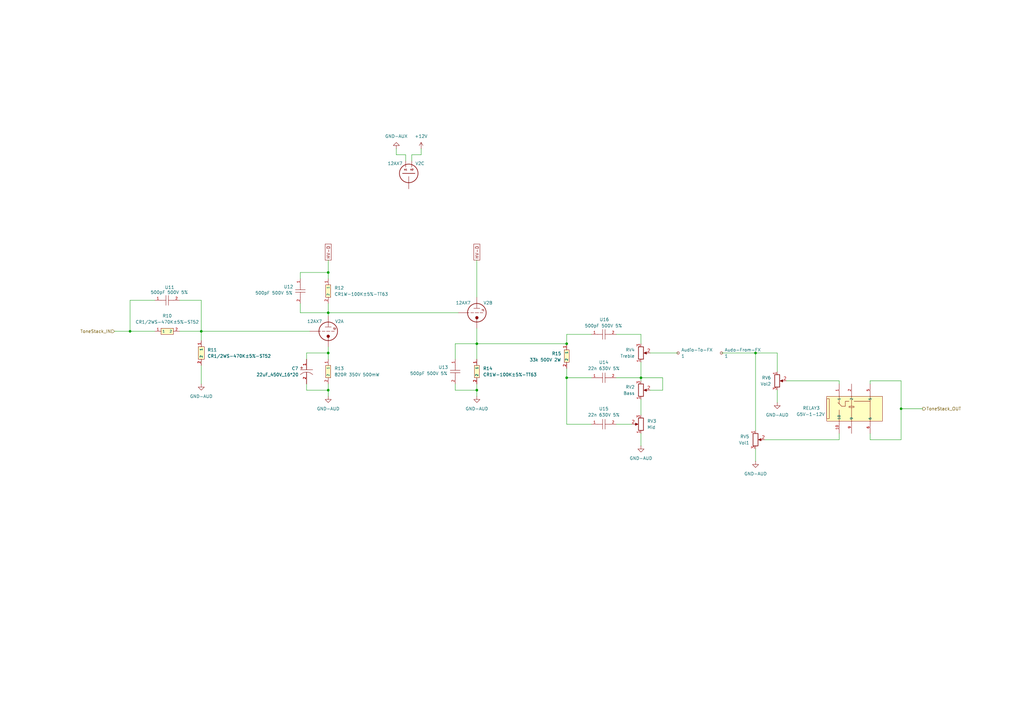
<source format=kicad_sch>
(kicad_sch
	(version 20250114)
	(generator "eeschema")
	(generator_version "9.0")
	(uuid "398d336a-1bdf-49bd-839d-5d53fd8b1900")
	(paper "A3")
	(lib_symbols
		(symbol "Connector:TestPoint_Small"
			(pin_numbers
				(hide yes)
			)
			(pin_names
				(offset 0.762)
				(hide yes)
			)
			(exclude_from_sim no)
			(in_bom yes)
			(on_board yes)
			(property "Reference" "TP"
				(at 0 3.81 0)
				(effects
					(font
						(size 1.27 1.27)
					)
				)
			)
			(property "Value" "TestPoint_Small"
				(at 0 2.032 0)
				(effects
					(font
						(size 1.27 1.27)
					)
				)
			)
			(property "Footprint" ""
				(at 5.08 0 0)
				(effects
					(font
						(size 1.27 1.27)
					)
					(hide yes)
				)
			)
			(property "Datasheet" "~"
				(at 5.08 0 0)
				(effects
					(font
						(size 1.27 1.27)
					)
					(hide yes)
				)
			)
			(property "Description" "test point"
				(at 0 0 0)
				(effects
					(font
						(size 1.27 1.27)
					)
					(hide yes)
				)
			)
			(property "ki_keywords" "test point tp"
				(at 0 0 0)
				(effects
					(font
						(size 1.27 1.27)
					)
					(hide yes)
				)
			)
			(property "ki_fp_filters" "Pin* Test*"
				(at 0 0 0)
				(effects
					(font
						(size 1.27 1.27)
					)
					(hide yes)
				)
			)
			(symbol "TestPoint_Small_0_1"
				(circle
					(center 0 0)
					(radius 0.508)
					(stroke
						(width 0)
						(type default)
					)
					(fill
						(type none)
					)
				)
			)
			(symbol "TestPoint_Small_1_1"
				(pin passive line
					(at 0 0 90)
					(length 0)
					(name "1"
						(effects
							(font
								(size 1.27 1.27)
							)
						)
					)
					(number "1"
						(effects
							(font
								(size 1.27 1.27)
							)
						)
					)
				)
			)
			(embedded_fonts no)
		)
		(symbol "Device:R_Potentiometer"
			(pin_names
				(offset 1.016)
				(hide yes)
			)
			(exclude_from_sim no)
			(in_bom yes)
			(on_board yes)
			(property "Reference" "RV"
				(at -4.445 0 90)
				(effects
					(font
						(size 1.27 1.27)
					)
				)
			)
			(property "Value" "R_Potentiometer"
				(at -2.54 0 90)
				(effects
					(font
						(size 1.27 1.27)
					)
				)
			)
			(property "Footprint" ""
				(at 0 0 0)
				(effects
					(font
						(size 1.27 1.27)
					)
					(hide yes)
				)
			)
			(property "Datasheet" "~"
				(at 0 0 0)
				(effects
					(font
						(size 1.27 1.27)
					)
					(hide yes)
				)
			)
			(property "Description" "Potentiometer"
				(at 0 0 0)
				(effects
					(font
						(size 1.27 1.27)
					)
					(hide yes)
				)
			)
			(property "ki_keywords" "resistor variable"
				(at 0 0 0)
				(effects
					(font
						(size 1.27 1.27)
					)
					(hide yes)
				)
			)
			(property "ki_fp_filters" "Potentiometer*"
				(at 0 0 0)
				(effects
					(font
						(size 1.27 1.27)
					)
					(hide yes)
				)
			)
			(symbol "R_Potentiometer_0_1"
				(rectangle
					(start 1.016 2.54)
					(end -1.016 -2.54)
					(stroke
						(width 0.254)
						(type default)
					)
					(fill
						(type none)
					)
				)
				(polyline
					(pts
						(xy 1.143 0) (xy 2.286 0.508) (xy 2.286 -0.508) (xy 1.143 0)
					)
					(stroke
						(width 0)
						(type default)
					)
					(fill
						(type outline)
					)
				)
				(polyline
					(pts
						(xy 2.54 0) (xy 1.524 0)
					)
					(stroke
						(width 0)
						(type default)
					)
					(fill
						(type none)
					)
				)
			)
			(symbol "R_Potentiometer_1_1"
				(pin passive line
					(at 0 3.81 270)
					(length 1.27)
					(name "1"
						(effects
							(font
								(size 1.27 1.27)
							)
						)
					)
					(number "1"
						(effects
							(font
								(size 1.27 1.27)
							)
						)
					)
				)
				(pin passive line
					(at 0 -3.81 90)
					(length 1.27)
					(name "3"
						(effects
							(font
								(size 1.27 1.27)
							)
						)
					)
					(number "3"
						(effects
							(font
								(size 1.27 1.27)
							)
						)
					)
				)
				(pin passive line
					(at 3.81 0 180)
					(length 1.27)
					(name "2"
						(effects
							(font
								(size 1.27 1.27)
							)
						)
					)
					(number "2"
						(effects
							(font
								(size 1.27 1.27)
							)
						)
					)
				)
			)
			(embedded_fonts no)
		)
		(symbol "G5V-1-12V_1"
			(exclude_from_sim no)
			(in_bom yes)
			(on_board yes)
			(property "Reference" "RELAY2"
				(at -17.78 0.254 0)
				(effects
					(font
						(size 1.27 1.27)
					)
				)
			)
			(property "Value" "G5V-1-12V"
				(at -18.034 -2.286 0)
				(effects
					(font
						(size 1.27 1.27)
					)
				)
			)
			(property "Footprint" "footprints:RELAY-TH_G5V-1"
				(at 0 -10.16 0)
				(effects
					(font
						(size 1.27 1.27)
						(italic yes)
					)
					(hide yes)
				)
			)
			(property "Datasheet" "https://item.szlcsc.com/31969.html"
				(at -2.286 0.127 0)
				(effects
					(font
						(size 1.27 1.27)
					)
					(justify left)
					(hide yes)
				)
			)
			(property "Description" ""
				(at 0 0 0)
				(effects
					(font
						(size 1.27 1.27)
					)
					(hide yes)
				)
			)
			(property "LCSC" "C31113"
				(at 0 0 0)
				(effects
					(font
						(size 1.27 1.27)
					)
					(hide yes)
				)
			)
			(property "ki_keywords" "C31113"
				(at 0 0 0)
				(effects
					(font
						(size 1.27 1.27)
					)
					(hide yes)
				)
			)
			(symbol "G5V-1-12V_1_0_1"
				(rectangle
					(start -11.43 5.08)
					(end 11.43 -5.08)
					(stroke
						(width 0)
						(type default)
					)
					(fill
						(type background)
					)
				)
				(rectangle
					(start -11.43 4.064)
					(end -10.414 -4.064)
					(stroke
						(width 0)
						(type default)
					)
					(fill
						(type background)
					)
				)
				(polyline
					(pts
						(xy -6.858 2.54) (xy -5.334 1.016)
					)
					(stroke
						(width 0)
						(type default)
					)
					(fill
						(type none)
					)
				)
				(polyline
					(pts
						(xy -6.35 5.08) (xy -6.35 2.032)
					)
					(stroke
						(width 0)
						(type default)
					)
					(fill
						(type none)
					)
				)
				(polyline
					(pts
						(xy -6.35 -5.08) (xy -6.35 -0.508)
					)
					(stroke
						(width 0)
						(type default)
					)
					(fill
						(type none)
					)
				)
				(polyline
					(pts
						(xy -3.81 1.016) (xy -5.334 1.016)
					)
					(stroke
						(width 0)
						(type default)
					)
					(fill
						(type none)
					)
				)
				(polyline
					(pts
						(xy -2.286 3.048) (xy -3.81 3.048) (xy -3.81 1.016)
					)
					(stroke
						(width 0)
						(type default)
					)
					(fill
						(type none)
					)
				)
				(polyline
					(pts
						(xy -1.27 5.08) (xy -1.27 1.016) (xy -2.286 1.016) (xy -2.286 0.508) (xy -1.27 0.508)
					)
					(stroke
						(width 0)
						(type default)
					)
					(fill
						(type none)
					)
				)
				(polyline
					(pts
						(xy -1.27 1.016) (xy -0.254 1.016) (xy -0.254 0.508) (xy -1.27 0.508) (xy -1.27 -5.08)
					)
					(stroke
						(width 0)
						(type default)
					)
					(fill
						(type none)
					)
				)
				(polyline
					(pts
						(xy -0.254 3.048) (xy 6.35 3.048)
					)
					(stroke
						(width 0)
						(type default)
					)
					(fill
						(type none)
					)
				)
				(polyline
					(pts
						(xy 6.35 5.08) (xy 6.35 -5.08)
					)
					(stroke
						(width 0)
						(type default)
					)
					(fill
						(type none)
					)
				)
				(pin input line
					(at -6.35 10.16 270)
					(length 5.08)
					(name "1"
						(effects
							(font
								(size 1 1)
							)
						)
					)
					(number "1"
						(effects
							(font
								(size 1 1)
							)
						)
					)
				)
				(pin input line
					(at -6.35 -10.16 90)
					(length 5.08)
					(name "10"
						(effects
							(font
								(size 1 1)
							)
						)
					)
					(number "10"
						(effects
							(font
								(size 1 1)
							)
						)
					)
				)
				(pin input line
					(at -1.27 10.16 270)
					(length 5.08)
					(name "2"
						(effects
							(font
								(size 1 1)
							)
						)
					)
					(number "2"
						(effects
							(font
								(size 1 1)
							)
						)
					)
				)
				(pin input line
					(at -1.27 -10.16 90)
					(length 5.08)
					(name "9"
						(effects
							(font
								(size 1 1)
							)
						)
					)
					(number "9"
						(effects
							(font
								(size 1 1)
							)
						)
					)
				)
				(pin input line
					(at 6.35 10.16 270)
					(length 5.08)
					(name "5"
						(effects
							(font
								(size 1 1)
							)
						)
					)
					(number "5"
						(effects
							(font
								(size 1 1)
							)
						)
					)
				)
				(pin input line
					(at 6.35 -10.16 90)
					(length 5.08)
					(name "6"
						(effects
							(font
								(size 1 1)
							)
						)
					)
					(number "6"
						(effects
							(font
								(size 1 1)
							)
						)
					)
				)
			)
			(embedded_fonts no)
		)
		(symbol "jlcpcb:22uF_450V_16*20"
			(exclude_from_sim no)
			(in_bom yes)
			(on_board yes)
			(property "Reference" "C"
				(at 0 1.27 0)
				(effects
					(font
						(size 1.27 1.27)
					)
				)
			)
			(property "Value" "22uF_450V_16*20"
				(at 0 -2.54 0)
				(effects
					(font
						(size 1.27 1.27)
					)
				)
			)
			(property "Footprint" "footprints:CAP-TH_BD16.0-P7.50-D1.2-FD"
				(at 0 -10.16 0)
				(effects
					(font
						(size 1.27 1.27)
						(italic yes)
					)
					(hide yes)
				)
			)
			(property "Datasheet" "https://item.szlcsc.com/48887.html"
				(at -2.286 0.127 0)
				(effects
					(font
						(size 1.27 1.27)
					)
					(justify left)
					(hide yes)
				)
			)
			(property "Description" ""
				(at 0 0 0)
				(effects
					(font
						(size 1.27 1.27)
					)
					(hide yes)
				)
			)
			(property "LCSC" "C10737"
				(at 0 0 0)
				(effects
					(font
						(size 1.27 1.27)
					)
					(hide yes)
				)
			)
			(property "ki_keywords" "C10737"
				(at 0 0 0)
				(effects
					(font
						(size 1.27 1.27)
					)
					(hide yes)
				)
			)
			(symbol "22uF_450V_16*20_0_1"
				(rectangle
					(start -2.54 1.524)
					(end -1.524 1.4986)
					(stroke
						(width 0)
						(type default)
					)
					(fill
						(type background)
					)
				)
				(polyline
					(pts
						(xy -2.54 0.762) (xy 2.54 0.762)
					)
					(stroke
						(width 0)
						(type default)
					)
					(fill
						(type none)
					)
				)
				(rectangle
					(start -2.032 2.032)
					(end -2.0066 1.016)
					(stroke
						(width 0)
						(type default)
					)
					(fill
						(type background)
					)
				)
				(arc
					(start -2.54 -1.27)
					(mid 0 -0.2179)
					(end 2.54 -1.27)
					(stroke
						(width 0)
						(type default)
					)
					(fill
						(type none)
					)
				)
			)
			(symbol "22uF_450V_16*20_1_1"
				(pin passive line
					(at 0 5.08 270)
					(length 4.318)
					(name ""
						(effects
							(font
								(size 1 1)
							)
						)
					)
					(number "1"
						(effects
							(font
								(size 1 1)
							)
						)
					)
				)
				(pin passive line
					(at 0 -5.08 90)
					(length 4.826)
					(name ""
						(effects
							(font
								(size 1 1)
							)
						)
					)
					(number "2"
						(effects
							(font
								(size 1 1)
							)
						)
					)
				)
			)
			(embedded_fonts no)
		)
		(symbol "jlcpcb:CFR02SJ0333A10"
			(exclude_from_sim no)
			(in_bom yes)
			(on_board yes)
			(property "Reference" "R1"
				(at 0 6.35 0)
				(effects
					(font
						(size 1.27 1.27)
					)
				)
			)
			(property "Value" "33k 500V 2W"
				(at 0 3.81 0)
				(effects
					(font
						(size 1.27 1.27)
					)
				)
			)
			(property "Footprint" "footprints:RES-TH_BD3.0-L9.5-P13.50-D0.6"
				(at 0 -10.16 0)
				(effects
					(font
						(size 1.27 1.27)
						(italic yes)
					)
					(hide yes)
				)
			)
			(property "Datasheet" "https://item.szlcsc.com/59631.html"
				(at -2.286 0.127 0)
				(effects
					(font
						(size 1.27 1.27)
					)
					(justify left)
					(hide yes)
				)
			)
			(property "Description" ""
				(at 0 0 0)
				(effects
					(font
						(size 1.27 1.27)
					)
					(hide yes)
				)
			)
			(property "LCSC" "C70845"
				(at 0 0 0)
				(effects
					(font
						(size 1.27 1.27)
					)
					(hide yes)
				)
			)
			(property "ki_keywords" "C70845"
				(at 0 0 0)
				(effects
					(font
						(size 1.27 1.27)
					)
					(hide yes)
				)
			)
			(symbol "CFR02SJ0333A10_0_1"
				(rectangle
					(start -2.54 1.016)
					(end 2.54 -1.016)
					(stroke
						(width 0)
						(type default)
					)
					(fill
						(type background)
					)
				)
				(pin passive line
					(at -5.08 0 0)
					(length 2.54)
					(name "1"
						(effects
							(font
								(size 1 1)
							)
						)
					)
					(number "1"
						(effects
							(font
								(size 1 1)
							)
						)
					)
				)
				(pin passive line
					(at 5.08 0 180)
					(length 2.54)
					(name "2"
						(effects
							(font
								(size 1 1)
							)
						)
					)
					(number "2"
						(effects
							(font
								(size 1 1)
							)
						)
					)
				)
			)
			(embedded_fonts no)
		)
		(symbol "jlcpcb:CR1/2WS-470K±5%-ST52"
			(exclude_from_sim no)
			(in_bom yes)
			(on_board yes)
			(property "Reference" "R"
				(at 0 1.27 0)
				(effects
					(font
						(size 1.27 1.27)
					)
				)
			)
			(property "Value" "CR1{slash}2WS-470K±5%-ST52"
				(at 0 -2.54 0)
				(effects
					(font
						(size 1.27 1.27)
					)
				)
			)
			(property "Footprint" "footprints:RES-TH_BD2.7-L6.2-P10.20-D0.4"
				(at 0 -10.16 0)
				(effects
					(font
						(size 1.27 1.27)
						(italic yes)
					)
					(hide yes)
				)
			)
			(property "Datasheet" "https://item.szlcsc.com/486756.html"
				(at -2.286 0.127 0)
				(effects
					(font
						(size 1.27 1.27)
					)
					(justify left)
					(hide yes)
				)
			)
			(property "Description" ""
				(at 0 0 0)
				(effects
					(font
						(size 1.27 1.27)
					)
					(hide yes)
				)
			)
			(property "LCSC" "C2857409"
				(at 0 0 0)
				(effects
					(font
						(size 1.27 1.27)
					)
					(hide yes)
				)
			)
			(property "ki_keywords" "C2857409"
				(at 0 0 0)
				(effects
					(font
						(size 1.27 1.27)
					)
					(hide yes)
				)
			)
			(symbol "CR1/2WS-470K±5%-ST52_0_1"
				(rectangle
					(start -2.54 1.27)
					(end 2.54 -1.27)
					(stroke
						(width 0)
						(type default)
					)
					(fill
						(type background)
					)
				)
				(pin passive line
					(at -5.08 0 0)
					(length 2.54)
					(name "1"
						(effects
							(font
								(size 1 1)
							)
						)
					)
					(number "1"
						(effects
							(font
								(size 1 1)
							)
						)
					)
				)
				(pin passive line
					(at 5.08 0 180)
					(length 2.54)
					(name "2"
						(effects
							(font
								(size 1 1)
							)
						)
					)
					(number "2"
						(effects
							(font
								(size 1 1)
							)
						)
					)
				)
			)
			(embedded_fonts no)
		)
		(symbol "jlcpcb:CR1W-100K±5%-TT63"
			(exclude_from_sim no)
			(in_bom yes)
			(on_board yes)
			(property "Reference" "R"
				(at 0 1.27 0)
				(effects
					(font
						(size 1.27 1.27)
					)
				)
			)
			(property "Value" "CR1W-100K±5%-TT63"
				(at 0 -2.54 0)
				(effects
					(font
						(size 1.27 1.27)
					)
				)
			)
			(property "Footprint" "footprints:RES-TH_BD4.5-L11.0-P15.00-D0.7"
				(at 0 -10.16 0)
				(effects
					(font
						(size 1.27 1.27)
						(italic yes)
					)
					(hide yes)
				)
			)
			(property "Datasheet" "https://item.szlcsc.com/325357.html"
				(at -2.286 0.127 0)
				(effects
					(font
						(size 1.27 1.27)
					)
					(justify left)
					(hide yes)
				)
			)
			(property "Description" ""
				(at 0 0 0)
				(effects
					(font
						(size 1.27 1.27)
					)
					(hide yes)
				)
			)
			(property "LCSC" "C601829"
				(at 0 0 0)
				(effects
					(font
						(size 1.27 1.27)
					)
					(hide yes)
				)
			)
			(property "ki_keywords" "C601829"
				(at 0 0 0)
				(effects
					(font
						(size 1.27 1.27)
					)
					(hide yes)
				)
			)
			(symbol "CR1W-100K±5%-TT63_0_1"
				(rectangle
					(start -2.54 1.016)
					(end 2.54 -1.016)
					(stroke
						(width 0)
						(type default)
					)
					(fill
						(type background)
					)
				)
				(pin passive line
					(at -5.08 0 0)
					(length 2.54)
					(name "1"
						(effects
							(font
								(size 1 1)
							)
						)
					)
					(number "1"
						(effects
							(font
								(size 1 1)
							)
						)
					)
				)
				(pin passive line
					(at 5.08 0 180)
					(length 2.54)
					(name "2"
						(effects
							(font
								(size 1 1)
							)
						)
					)
					(number "2"
						(effects
							(font
								(size 1 1)
							)
						)
					)
				)
			)
			(embedded_fonts no)
		)
		(symbol "jlcpcb:RD50T5821J"
			(exclude_from_sim no)
			(in_bom yes)
			(on_board yes)
			(property "Reference" "R"
				(at 0 1.27 0)
				(effects
					(font
						(size 1.27 1.27)
					)
				)
			)
			(property "Value" "RD50T5821J"
				(at 0 -2.54 0)
				(effects
					(font
						(size 1.27 1.27)
					)
				)
			)
			(property "Footprint" "footprints:RES-TH_BD4.0-L10.5-P14.50-D0.6"
				(at 0 -10.16 0)
				(effects
					(font
						(size 1.27 1.27)
						(italic yes)
					)
					(hide yes)
				)
			)
			(property "Datasheet" "https://item.szlcsc.com/179006.html"
				(at -2.286 0.127 0)
				(effects
					(font
						(size 1.27 1.27)
					)
					(justify left)
					(hide yes)
				)
			)
			(property "Description" ""
				(at 0 0 0)
				(effects
					(font
						(size 1.27 1.27)
					)
					(hide yes)
				)
			)
			(property "LCSC" "C167619"
				(at 0 0 0)
				(effects
					(font
						(size 1.27 1.27)
					)
					(hide yes)
				)
			)
			(property "ki_keywords" "C167619"
				(at 0 0 0)
				(effects
					(font
						(size 1.27 1.27)
					)
					(hide yes)
				)
			)
			(symbol "RD50T5821J_0_1"
				(rectangle
					(start -2.54 1.016)
					(end 2.54 -1.016)
					(stroke
						(width 0)
						(type default)
					)
					(fill
						(type background)
					)
				)
				(pin passive line
					(at -5.08 0 0)
					(length 2.54)
					(name "1"
						(effects
							(font
								(size 1 1)
							)
						)
					)
					(number "1"
						(effects
							(font
								(size 1 1)
							)
						)
					)
				)
				(pin passive line
					(at 5.08 0 180)
					(length 2.54)
					(name "2"
						(effects
							(font
								(size 1 1)
							)
						)
					)
					(number "2"
						(effects
							(font
								(size 1 1)
							)
						)
					)
				)
			)
			(embedded_fonts no)
		)
		(symbol "power:+12V"
			(power)
			(pin_numbers
				(hide yes)
			)
			(pin_names
				(offset 0)
				(hide yes)
			)
			(exclude_from_sim no)
			(in_bom yes)
			(on_board yes)
			(property "Reference" "#PWR"
				(at 0 -3.81 0)
				(effects
					(font
						(size 1.27 1.27)
					)
					(hide yes)
				)
			)
			(property "Value" "+12V"
				(at 0 3.556 0)
				(effects
					(font
						(size 1.27 1.27)
					)
				)
			)
			(property "Footprint" ""
				(at 0 0 0)
				(effects
					(font
						(size 1.27 1.27)
					)
					(hide yes)
				)
			)
			(property "Datasheet" ""
				(at 0 0 0)
				(effects
					(font
						(size 1.27 1.27)
					)
					(hide yes)
				)
			)
			(property "Description" "Power symbol creates a global label with name \"+12V\""
				(at 0 0 0)
				(effects
					(font
						(size 1.27 1.27)
					)
					(hide yes)
				)
			)
			(property "ki_keywords" "global power"
				(at 0 0 0)
				(effects
					(font
						(size 1.27 1.27)
					)
					(hide yes)
				)
			)
			(symbol "+12V_0_1"
				(polyline
					(pts
						(xy -0.762 1.27) (xy 0 2.54)
					)
					(stroke
						(width 0)
						(type default)
					)
					(fill
						(type none)
					)
				)
				(polyline
					(pts
						(xy 0 2.54) (xy 0.762 1.27)
					)
					(stroke
						(width 0)
						(type default)
					)
					(fill
						(type none)
					)
				)
				(polyline
					(pts
						(xy 0 0) (xy 0 2.54)
					)
					(stroke
						(width 0)
						(type default)
					)
					(fill
						(type none)
					)
				)
			)
			(symbol "+12V_1_1"
				(pin power_in line
					(at 0 0 90)
					(length 0)
					(name "~"
						(effects
							(font
								(size 1.27 1.27)
							)
						)
					)
					(number "1"
						(effects
							(font
								(size 1.27 1.27)
							)
						)
					)
				)
			)
			(embedded_fonts no)
		)
		(symbol "power:GND"
			(power)
			(pin_numbers
				(hide yes)
			)
			(pin_names
				(offset 0)
				(hide yes)
			)
			(exclude_from_sim no)
			(in_bom yes)
			(on_board yes)
			(property "Reference" "#PWR"
				(at 0 -6.35 0)
				(effects
					(font
						(size 1.27 1.27)
					)
					(hide yes)
				)
			)
			(property "Value" "GND"
				(at 0 -3.81 0)
				(effects
					(font
						(size 1.27 1.27)
					)
				)
			)
			(property "Footprint" ""
				(at 0 0 0)
				(effects
					(font
						(size 1.27 1.27)
					)
					(hide yes)
				)
			)
			(property "Datasheet" ""
				(at 0 0 0)
				(effects
					(font
						(size 1.27 1.27)
					)
					(hide yes)
				)
			)
			(property "Description" "Power symbol creates a global label with name \"GND\" , ground"
				(at 0 0 0)
				(effects
					(font
						(size 1.27 1.27)
					)
					(hide yes)
				)
			)
			(property "ki_keywords" "global power"
				(at 0 0 0)
				(effects
					(font
						(size 1.27 1.27)
					)
					(hide yes)
				)
			)
			(symbol "GND_0_1"
				(polyline
					(pts
						(xy 0 0) (xy 0 -1.27) (xy 1.27 -1.27) (xy 0 -2.54) (xy -1.27 -1.27) (xy 0 -1.27)
					)
					(stroke
						(width 0)
						(type default)
					)
					(fill
						(type none)
					)
				)
			)
			(symbol "GND_1_1"
				(pin power_in line
					(at 0 0 270)
					(length 0)
					(name "~"
						(effects
							(font
								(size 1.27 1.27)
							)
						)
					)
					(number "1"
						(effects
							(font
								(size 1.27 1.27)
							)
						)
					)
				)
			)
			(embedded_fonts no)
		)
		(symbol "wb50_symbols:MicaCap_500pf_500V"
			(exclude_from_sim no)
			(in_bom yes)
			(on_board yes)
			(property "Reference" "U"
				(at 0 0 0)
				(effects
					(font
						(size 1.27 1.27)
					)
				)
			)
			(property "Value" "500pF 500V 5%"
				(at 0 0 0)
				(effects
					(font
						(size 1.27 1.27)
					)
				)
			)
			(property "Footprint" "wb50_footprints:MICA_CAP_L15.5_W3.6_P8.7"
				(at 0 0 0)
				(effects
					(font
						(size 1.27 1.27)
					)
					(hide yes)
				)
			)
			(property "Datasheet" ""
				(at 0 0 0)
				(effects
					(font
						(size 1.27 1.27)
					)
					(hide yes)
				)
			)
			(property "Description" ""
				(at 0 0 0)
				(effects
					(font
						(size 1.27 1.27)
					)
					(hide yes)
				)
			)
			(symbol "MicaCap_500pf_500V_0_1"
				(polyline
					(pts
						(xy -0.508 0) (xy -2.54 0)
					)
					(stroke
						(width 0)
						(type default)
					)
					(fill
						(type none)
					)
				)
				(polyline
					(pts
						(xy -0.508 -2.032) (xy -0.508 2.032)
					)
					(stroke
						(width 0)
						(type default)
					)
					(fill
						(type none)
					)
				)
				(polyline
					(pts
						(xy 0.508 2.032) (xy 0.508 -2.032)
					)
					(stroke
						(width 0)
						(type default)
					)
					(fill
						(type none)
					)
				)
				(polyline
					(pts
						(xy 2.54 0) (xy 0.508 0)
					)
					(stroke
						(width 0)
						(type default)
					)
					(fill
						(type none)
					)
				)
			)
			(symbol "MicaCap_500pf_500V_1_1"
				(pin passive line
					(at -5.08 0 0)
					(length 2.54)
					(name ""
						(effects
							(font
								(size 1 1)
							)
						)
					)
					(number "1"
						(effects
							(font
								(size 1 1)
							)
						)
					)
				)
				(pin passive line
					(at 5.08 0 180)
					(length 2.54)
					(name ""
						(effects
							(font
								(size 1 1)
							)
						)
					)
					(number "2"
						(effects
							(font
								(size 1 1)
							)
						)
					)
				)
			)
			(embedded_fonts no)
		)
		(symbol "wb50_symbols:WB50_12AX7"
			(pin_numbers
				(hide yes)
			)
			(pin_names
				(offset 1.016)
				(hide yes)
			)
			(exclude_from_sim no)
			(in_bom yes)
			(on_board yes)
			(property "Reference" "V"
				(at 4.572 4.064 0)
				(do_not_autoplace)
				(effects
					(font
						(size 1.27 1.27)
					)
				)
			)
			(property "Value" "12AX7"
				(at -5.588 4.064 0)
				(do_not_autoplace)
				(effects
					(font
						(size 1.27 1.27)
					)
				)
			)
			(property "Footprint" "wb50_footprints:WB50_Socket_Noval_9Pin_D21.0mm_Hole1.8mm"
				(at -1.016 0.254 0)
				(effects
					(font
						(size 1.27 1.27)
					)
					(hide yes)
				)
			)
			(property "Datasheet" "https://www.jj-electronic.de/images/stories/product/tubes/pdf/ecc83s.pdf"
				(at 0.254 0.254 0)
				(effects
					(font
						(size 1.27 1.27)
					)
					(hide yes)
				)
			)
			(property "Description" "Doppeltriode, High-µ-Triode für Vorverstärker"
				(at -1.778 0 0)
				(effects
					(font
						(size 1.27 1.27)
					)
					(hide yes)
				)
			)
			(property "ki_locked" ""
				(at 0 0 0)
				(effects
					(font
						(size 1.27 1.27)
					)
				)
			)
			(property "ki_keywords" "tube valve röhre audio vakuum vacuum ecc83 12ax7"
				(at 0 0 0)
				(effects
					(font
						(size 1.27 1.27)
					)
					(hide yes)
				)
			)
			(property "ki_fp_filters" "*Noval*9*"
				(at 0 0 0)
				(effects
					(font
						(size 1.27 1.27)
					)
					(hide yes)
				)
			)
			(symbol "WB50_12AX7_0_1"
				(circle
					(center 0 0)
					(radius 3.81)
					(stroke
						(width 0.254)
						(type default)
					)
					(fill
						(type none)
					)
				)
			)
			(symbol "WB50_12AX7_1_1"
				(polyline
					(pts
						(xy -3.81 0) (xy -3.175 0)
					)
					(stroke
						(width 0)
						(type default)
					)
					(fill
						(type none)
					)
				)
				(polyline
					(pts
						(xy -2.54 0) (xy -1.27 0)
					)
					(stroke
						(width 0)
						(type default)
					)
					(fill
						(type none)
					)
				)
				(polyline
					(pts
						(xy -1.27 1.778) (xy 1.27 1.778)
					)
					(stroke
						(width 0)
						(type default)
					)
					(fill
						(type none)
					)
				)
				(polyline
					(pts
						(xy -0.762 0) (xy 0.762 0)
					)
					(stroke
						(width 0)
						(type default)
					)
					(fill
						(type none)
					)
				)
				(polyline
					(pts
						(xy 0 1.905) (xy 0 3.81)
					)
					(stroke
						(width 0)
						(type default)
					)
					(fill
						(type none)
					)
				)
				(circle
					(center 0 -2.032)
					(radius 0.568)
					(stroke
						(width 0)
						(type default)
					)
					(fill
						(type outline)
					)
				)
				(polyline
					(pts
						(xy 0 -2.54) (xy 0 -3.81)
					)
					(stroke
						(width 0)
						(type default)
					)
					(fill
						(type none)
					)
				)
				(polyline
					(pts
						(xy 1.27 0) (xy 2.54 0)
					)
					(stroke
						(width 0)
						(type default)
					)
					(fill
						(type none)
					)
				)
				(text "T2"
					(at 2.54 1.016 0)
					(effects
						(font
							(size 0.635 0.635)
						)
					)
				)
				(pin passive line
					(at -7.62 0 0)
					(length 3.81)
					(name "G"
						(effects
							(font
								(size 1.27 1.27)
							)
						)
					)
					(number "2"
						(effects
							(font
								(size 1.27 1.27)
							)
						)
					)
				)
				(pin passive line
					(at 0 6.35 270)
					(length 2.54)
					(name "A/P"
						(effects
							(font
								(size 1.27 1.27)
							)
						)
					)
					(number "1"
						(effects
							(font
								(size 1.27 1.27)
							)
						)
					)
				)
				(pin passive line
					(at 0 -6.35 90)
					(length 2.54)
					(name "C/K"
						(effects
							(font
								(size 1.27 1.27)
							)
						)
					)
					(number "3"
						(effects
							(font
								(size 1.27 1.27)
							)
						)
					)
				)
			)
			(symbol "WB50_12AX7_2_1"
				(polyline
					(pts
						(xy -3.81 0) (xy -3.175 0)
					)
					(stroke
						(width 0)
						(type default)
					)
					(fill
						(type none)
					)
				)
				(polyline
					(pts
						(xy -2.54 0) (xy -1.27 0)
					)
					(stroke
						(width 0)
						(type default)
					)
					(fill
						(type none)
					)
				)
				(polyline
					(pts
						(xy -1.27 1.778) (xy 1.27 1.778)
					)
					(stroke
						(width 0)
						(type default)
					)
					(fill
						(type none)
					)
				)
				(polyline
					(pts
						(xy -0.762 0) (xy 0.762 0)
					)
					(stroke
						(width 0)
						(type default)
					)
					(fill
						(type none)
					)
				)
				(polyline
					(pts
						(xy 0 1.905) (xy 0 3.81)
					)
					(stroke
						(width 0)
						(type default)
					)
					(fill
						(type none)
					)
				)
				(circle
					(center 0 -2.032)
					(radius 0.568)
					(stroke
						(width 0)
						(type default)
					)
					(fill
						(type outline)
					)
				)
				(polyline
					(pts
						(xy 0 -2.54) (xy 0 -3.81)
					)
					(stroke
						(width 0)
						(type default)
					)
					(fill
						(type none)
					)
				)
				(polyline
					(pts
						(xy 1.27 0) (xy 2.54 0)
					)
					(stroke
						(width 0)
						(type default)
					)
					(fill
						(type none)
					)
				)
				(text "T1\n"
					(at 2.54 1.016 0)
					(effects
						(font
							(size 0.635 0.635)
						)
					)
				)
				(pin passive line
					(at -7.62 0 0)
					(length 3.81)
					(name "G"
						(effects
							(font
								(size 1.27 1.27)
							)
						)
					)
					(number "7"
						(effects
							(font
								(size 1.27 1.27)
							)
						)
					)
				)
				(pin passive line
					(at 0 6.35 270)
					(length 2.54)
					(name "A/P"
						(effects
							(font
								(size 1.27 1.27)
							)
						)
					)
					(number "6"
						(effects
							(font
								(size 1.27 1.27)
							)
						)
					)
				)
				(pin passive line
					(at 0 -6.35 90)
					(length 2.54)
					(name "C/K"
						(effects
							(font
								(size 1.27 1.27)
							)
						)
					)
					(number "8"
						(effects
							(font
								(size 1.27 1.27)
							)
						)
					)
				)
			)
			(symbol "WB50_12AX7_3_1"
				(polyline
					(pts
						(xy -2.54 0) (xy 2.54 0)
					)
					(stroke
						(width 0.254)
						(type default)
					)
					(fill
						(type none)
					)
				)
				(text "H1"
					(at -1.27 1.524 0)
					(effects
						(font
							(size 0.635 0.635)
						)
					)
				)
				(text "H2"
					(at 1.27 1.524 0)
					(effects
						(font
							(size 0.635 0.635)
						)
					)
				)
				(pin passive line
					(at -1.27 5.08 270)
					(length 2.54)
					(name "H2"
						(effects
							(font
								(size 1.27 1.27)
							)
						)
					)
					(number "5"
						(effects
							(font
								(size 1.27 1.27)
							)
						)
					)
				)
				(pin passive line
					(at 0 -6.35 90)
					(length 5.08)
					(name "CT"
						(effects
							(font
								(size 1.27 1.27)
							)
						)
					)
					(number "9"
						(effects
							(font
								(size 1.27 1.27)
							)
						)
					)
				)
				(pin passive line
					(at 1.27 5.08 270)
					(length 2.54)
					(name "H1"
						(effects
							(font
								(size 1.27 1.27)
							)
						)
					)
					(number "4"
						(effects
							(font
								(size 1.27 1.27)
							)
						)
					)
				)
			)
			(embedded_fonts no)
		)
		(symbol "wb50_symbols:YellowCap_4n7_630V"
			(exclude_from_sim no)
			(in_bom yes)
			(on_board yes)
			(property "Reference" "U"
				(at 0 0 0)
				(effects
					(font
						(size 1.27 1.27)
					)
				)
			)
			(property "Value" "4n7 630V 5%"
				(at 0 0 0)
				(effects
					(font
						(size 1.27 1.27)
					)
				)
			)
			(property "Footprint" "wb50_footprints:MUSTARD_CAP_D8.5_L20.5_P25.5"
				(at 0 0 0)
				(effects
					(font
						(size 1.27 1.27)
					)
					(hide yes)
				)
			)
			(property "Datasheet" ""
				(at 0 0 0)
				(effects
					(font
						(size 1.27 1.27)
					)
					(hide yes)
				)
			)
			(property "Description" ""
				(at 0 0 0)
				(effects
					(font
						(size 1.27 1.27)
					)
					(hide yes)
				)
			)
			(symbol "YellowCap_4n7_630V_0_1"
				(polyline
					(pts
						(xy -0.508 0) (xy -2.54 0)
					)
					(stroke
						(width 0)
						(type default)
					)
					(fill
						(type none)
					)
				)
				(polyline
					(pts
						(xy -0.508 -2.032) (xy -0.508 2.032)
					)
					(stroke
						(width 0)
						(type default)
					)
					(fill
						(type none)
					)
				)
				(polyline
					(pts
						(xy 0.508 2.032) (xy 0.508 -2.032)
					)
					(stroke
						(width 0)
						(type default)
					)
					(fill
						(type none)
					)
				)
				(polyline
					(pts
						(xy 2.54 0) (xy 0.508 0)
					)
					(stroke
						(width 0)
						(type default)
					)
					(fill
						(type none)
					)
				)
			)
			(symbol "YellowCap_4n7_630V_1_1"
				(pin passive line
					(at -5.08 0 0)
					(length 2.54)
					(name ""
						(effects
							(font
								(size 1 1)
							)
						)
					)
					(number "1"
						(effects
							(font
								(size 1 1)
							)
						)
					)
				)
				(pin passive line
					(at 5.08 0 180)
					(length 2.54)
					(name ""
						(effects
							(font
								(size 1 1)
							)
						)
					)
					(number "2"
						(effects
							(font
								(size 1 1)
							)
						)
					)
				)
			)
			(embedded_fonts no)
		)
	)
	(junction
		(at 134.62 160.02)
		(diameter 0)
		(color 0 0 0 0)
		(uuid "09ef9f03-916b-4101-b1be-50584761024e")
	)
	(junction
		(at 232.41 140.97)
		(diameter 0)
		(color 0 0 0 0)
		(uuid "0e732d92-cfa5-4460-8f2d-090adbad0805")
	)
	(junction
		(at 309.88 144.78)
		(diameter 0)
		(color 0 0 0 0)
		(uuid "14ae4689-4a19-45c0-adc7-7db5f2480c5e")
	)
	(junction
		(at 369.57 167.64)
		(diameter 0)
		(color 0 0 0 0)
		(uuid "16ad2a5c-49cb-4541-a10b-9c9b9a09fc4a")
	)
	(junction
		(at 195.58 160.02)
		(diameter 0)
		(color 0 0 0 0)
		(uuid "35e06c6a-bbf4-40d6-9ab7-4fdb0e1aae23")
	)
	(junction
		(at 134.62 128.27)
		(diameter 0)
		(color 0 0 0 0)
		(uuid "484c0b1d-3271-4b9b-9d85-0c386f688b30")
	)
	(junction
		(at 134.62 144.78)
		(diameter 0)
		(color 0 0 0 0)
		(uuid "5dd22a24-b457-4d7f-bf3a-91efb23408bc")
	)
	(junction
		(at 134.62 111.76)
		(diameter 0)
		(color 0 0 0 0)
		(uuid "62f75ead-59aa-421a-8ff0-39e932f5ae8b")
	)
	(junction
		(at 262.89 154.94)
		(diameter 0)
		(color 0 0 0 0)
		(uuid "7b300be7-5253-428c-85be-c16413ce7ce4")
	)
	(junction
		(at 82.55 135.89)
		(diameter 0)
		(color 0 0 0 0)
		(uuid "84107d7a-7313-4384-b6c9-3bc400daa8d4")
	)
	(junction
		(at 232.41 154.94)
		(diameter 0)
		(color 0 0 0 0)
		(uuid "9ce2859c-c3b8-4808-b428-44c2101c6d74")
	)
	(junction
		(at 53.34 135.89)
		(diameter 0)
		(color 0 0 0 0)
		(uuid "af462bad-8890-4864-973f-428bf24fc0a0")
	)
	(junction
		(at 195.58 140.97)
		(diameter 0)
		(color 0 0 0 0)
		(uuid "b5a19b04-63dc-4527-a888-cae83a31fdcb")
	)
	(wire
		(pts
			(xy 123.19 111.76) (xy 134.62 111.76)
		)
		(stroke
			(width 0)
			(type default)
		)
		(uuid "038d115f-0955-4d46-a295-1cefe21f610d")
	)
	(wire
		(pts
			(xy 369.57 180.34) (xy 369.57 167.64)
		)
		(stroke
			(width 0)
			(type default)
		)
		(uuid "0c171a9c-57c7-4ecf-a3cd-101ffe300b71")
	)
	(wire
		(pts
			(xy 195.58 106.68) (xy 195.58 121.92)
		)
		(stroke
			(width 0)
			(type default)
		)
		(uuid "0d823741-bd6d-42f6-a169-d09756b644d0")
	)
	(wire
		(pts
			(xy 162.56 63.5) (xy 162.56 60.96)
		)
		(stroke
			(width 0)
			(type default)
		)
		(uuid "128504ed-9271-43e4-9199-84919d20edc2")
	)
	(wire
		(pts
			(xy 266.7 144.78) (xy 278.13 144.78)
		)
		(stroke
			(width 0)
			(type default)
		)
		(uuid "1bd91b57-2154-4022-a2b1-eedb56215512")
	)
	(wire
		(pts
			(xy 168.91 63.5) (xy 172.72 63.5)
		)
		(stroke
			(width 0)
			(type default)
		)
		(uuid "1bf126b3-df85-4b8f-b6dd-cd7e24cec3b2")
	)
	(wire
		(pts
			(xy 195.58 157.48) (xy 195.58 160.02)
		)
		(stroke
			(width 0)
			(type default)
		)
		(uuid "1db1c8b7-5ed3-4753-9392-1f2cd58d3861")
	)
	(wire
		(pts
			(xy 53.34 135.89) (xy 63.5 135.89)
		)
		(stroke
			(width 0)
			(type default)
		)
		(uuid "1ec77cfb-4fc0-4c5d-916a-436145d3de4c")
	)
	(wire
		(pts
			(xy 322.58 156.21) (xy 344.17 156.21)
		)
		(stroke
			(width 0)
			(type default)
		)
		(uuid "277f8b24-ac79-40cb-a7e5-de23a655b62b")
	)
	(wire
		(pts
			(xy 134.62 157.48) (xy 134.62 160.02)
		)
		(stroke
			(width 0)
			(type default)
		)
		(uuid "2878b758-35e9-481e-91a7-a00c6a722235")
	)
	(wire
		(pts
			(xy 271.78 154.94) (xy 262.89 154.94)
		)
		(stroke
			(width 0)
			(type default)
		)
		(uuid "30da6ad8-2fcb-4786-aecc-5cf7971ce403")
	)
	(wire
		(pts
			(xy 262.89 154.94) (xy 252.73 154.94)
		)
		(stroke
			(width 0)
			(type default)
		)
		(uuid "31a4a083-873e-4d74-a9d7-44800e85e1b1")
	)
	(wire
		(pts
			(xy 262.89 156.21) (xy 262.89 154.94)
		)
		(stroke
			(width 0)
			(type default)
		)
		(uuid "32e40f78-b737-45f4-8e6b-a674a3760356")
	)
	(wire
		(pts
			(xy 166.37 63.5) (xy 166.37 66.04)
		)
		(stroke
			(width 0)
			(type default)
		)
		(uuid "33ac0d2c-061d-498f-bc9a-7808fd8b2735")
	)
	(wire
		(pts
			(xy 356.87 156.21) (xy 356.87 157.48)
		)
		(stroke
			(width 0)
			(type default)
		)
		(uuid "3797ef7e-06f2-48e2-948f-bcec9645ad68")
	)
	(wire
		(pts
			(xy 134.62 142.24) (xy 134.62 144.78)
		)
		(stroke
			(width 0)
			(type default)
		)
		(uuid "3fa2942f-33d6-467d-99e4-d85369b6976b")
	)
	(wire
		(pts
			(xy 125.73 157.48) (xy 125.73 160.02)
		)
		(stroke
			(width 0)
			(type default)
		)
		(uuid "415ce2ba-64fe-487b-8e79-b65bd2894992")
	)
	(wire
		(pts
			(xy 125.73 160.02) (xy 134.62 160.02)
		)
		(stroke
			(width 0)
			(type default)
		)
		(uuid "4ad2ea96-23b8-40c1-a168-ec5bdf7c4153")
	)
	(wire
		(pts
			(xy 369.57 167.64) (xy 378.46 167.64)
		)
		(stroke
			(width 0)
			(type default)
		)
		(uuid "4aed6c05-f19d-49c9-b8bf-a44d173a1c86")
	)
	(wire
		(pts
			(xy 242.57 173.99) (xy 232.41 173.99)
		)
		(stroke
			(width 0)
			(type default)
		)
		(uuid "4ced3a9f-2223-439c-a29e-6bc0851c9976")
	)
	(wire
		(pts
			(xy 134.62 144.78) (xy 134.62 147.32)
		)
		(stroke
			(width 0)
			(type default)
		)
		(uuid "4f0975ca-1d09-46e3-b3c1-eb7f0ff81e0b")
	)
	(wire
		(pts
			(xy 134.62 111.76) (xy 134.62 114.3)
		)
		(stroke
			(width 0)
			(type default)
		)
		(uuid "5378e9ca-8859-4d53-a79d-48140358d3a9")
	)
	(wire
		(pts
			(xy 123.19 114.3) (xy 123.19 111.76)
		)
		(stroke
			(width 0)
			(type default)
		)
		(uuid "55c2b6d4-cb22-46c0-828f-f575edd1122d")
	)
	(wire
		(pts
			(xy 232.41 137.16) (xy 232.41 140.97)
		)
		(stroke
			(width 0)
			(type default)
		)
		(uuid "580890a6-e565-41eb-a5ee-e877a7ae67ca")
	)
	(wire
		(pts
			(xy 73.66 123.19) (xy 82.55 123.19)
		)
		(stroke
			(width 0)
			(type default)
		)
		(uuid "5b74a646-4c46-4e13-b4b5-418a007cef6e")
	)
	(wire
		(pts
			(xy 262.89 148.59) (xy 262.89 154.94)
		)
		(stroke
			(width 0)
			(type default)
		)
		(uuid "63bb39a5-5d2c-420c-9991-011a4756e7cc")
	)
	(wire
		(pts
			(xy 186.69 160.02) (xy 195.58 160.02)
		)
		(stroke
			(width 0)
			(type default)
		)
		(uuid "649a708b-75aa-441e-8455-3b06c92aacf0")
	)
	(wire
		(pts
			(xy 195.58 160.02) (xy 195.58 162.56)
		)
		(stroke
			(width 0)
			(type default)
		)
		(uuid "70e6dd36-55f2-4351-bfd5-d1ccce4cef15")
	)
	(wire
		(pts
			(xy 186.69 140.97) (xy 195.58 140.97)
		)
		(stroke
			(width 0)
			(type default)
		)
		(uuid "73f50b6d-a74a-4445-9697-8db6cfc64f12")
	)
	(wire
		(pts
			(xy 82.55 149.86) (xy 82.55 157.48)
		)
		(stroke
			(width 0)
			(type default)
		)
		(uuid "776a3106-5119-4505-a5d3-7ef912343281")
	)
	(wire
		(pts
			(xy 309.88 144.78) (xy 309.88 176.53)
		)
		(stroke
			(width 0)
			(type default)
		)
		(uuid "7ca6df4c-6235-4668-bbba-7822ba42a798")
	)
	(wire
		(pts
			(xy 356.87 180.34) (xy 369.57 180.34)
		)
		(stroke
			(width 0)
			(type default)
		)
		(uuid "7edcf5a5-6a6d-475f-b31d-cd62d11b0544")
	)
	(wire
		(pts
			(xy 123.19 128.27) (xy 134.62 128.27)
		)
		(stroke
			(width 0)
			(type default)
		)
		(uuid "84b49858-b67e-418a-84bb-c8eda2d6f7b7")
	)
	(wire
		(pts
			(xy 134.62 128.27) (xy 134.62 129.54)
		)
		(stroke
			(width 0)
			(type default)
		)
		(uuid "8b026305-d96c-488d-afd4-64b5f3e98db6")
	)
	(wire
		(pts
			(xy 313.69 180.34) (xy 344.17 180.34)
		)
		(stroke
			(width 0)
			(type default)
		)
		(uuid "8df8212b-1639-426b-996d-b99cf733127e")
	)
	(wire
		(pts
			(xy 309.88 184.15) (xy 309.88 189.23)
		)
		(stroke
			(width 0)
			(type default)
		)
		(uuid "8fa21196-6658-4625-a69e-3862545eea8b")
	)
	(wire
		(pts
			(xy 186.69 147.32) (xy 186.69 140.97)
		)
		(stroke
			(width 0)
			(type default)
		)
		(uuid "900ae9c5-43dc-4650-8da5-af334e0c5c9f")
	)
	(wire
		(pts
			(xy 172.72 63.5) (xy 172.72 60.96)
		)
		(stroke
			(width 0)
			(type default)
		)
		(uuid "9c299a9a-ca4d-4b59-b8a7-8a7dc526ad71")
	)
	(wire
		(pts
			(xy 123.19 124.46) (xy 123.19 128.27)
		)
		(stroke
			(width 0)
			(type default)
		)
		(uuid "a81e146a-88e2-4c79-aad3-793e844beb6a")
	)
	(wire
		(pts
			(xy 73.66 135.89) (xy 82.55 135.89)
		)
		(stroke
			(width 0)
			(type default)
		)
		(uuid "a8f186c6-6b15-4264-96f7-1afcc33ae7b1")
	)
	(wire
		(pts
			(xy 262.89 177.8) (xy 262.89 182.88)
		)
		(stroke
			(width 0)
			(type default)
		)
		(uuid "a9dc37da-7bc5-4bfb-bc19-18f0ee50675c")
	)
	(wire
		(pts
			(xy 186.69 157.48) (xy 186.69 160.02)
		)
		(stroke
			(width 0)
			(type default)
		)
		(uuid "aa082387-bc8b-4713-b60b-1894718c6d13")
	)
	(wire
		(pts
			(xy 134.62 128.27) (xy 187.96 128.27)
		)
		(stroke
			(width 0)
			(type default)
		)
		(uuid "aa9c6430-f9d0-41dd-8fd2-3ee010c9143d")
	)
	(wire
		(pts
			(xy 356.87 177.8) (xy 356.87 180.34)
		)
		(stroke
			(width 0)
			(type default)
		)
		(uuid "b454f858-2091-412f-8ffe-d54de16a7722")
	)
	(wire
		(pts
			(xy 46.99 135.89) (xy 53.34 135.89)
		)
		(stroke
			(width 0)
			(type default)
		)
		(uuid "b4e3f84b-f077-4b11-8fd1-ff5f92517752")
	)
	(wire
		(pts
			(xy 356.87 156.21) (xy 369.57 156.21)
		)
		(stroke
			(width 0)
			(type default)
		)
		(uuid "bd55f560-2297-48fc-abf9-750f663e1200")
	)
	(wire
		(pts
			(xy 125.73 147.32) (xy 125.73 144.78)
		)
		(stroke
			(width 0)
			(type default)
		)
		(uuid "c11c23a3-a9e8-4de3-add9-4b53c0d2e8eb")
	)
	(wire
		(pts
			(xy 318.77 144.78) (xy 318.77 152.4)
		)
		(stroke
			(width 0)
			(type default)
		)
		(uuid "c1473aaf-aeb7-413d-a1e7-3494b58506ba")
	)
	(wire
		(pts
			(xy 252.73 137.16) (xy 262.89 137.16)
		)
		(stroke
			(width 0)
			(type default)
		)
		(uuid "c1b8ca0c-5c4e-4342-9571-5db923f7914f")
	)
	(wire
		(pts
			(xy 82.55 135.89) (xy 82.55 139.7)
		)
		(stroke
			(width 0)
			(type default)
		)
		(uuid "c2a88548-913d-43ea-8a32-b039920f66ef")
	)
	(wire
		(pts
			(xy 166.37 63.5) (xy 162.56 63.5)
		)
		(stroke
			(width 0)
			(type default)
		)
		(uuid "c3daf387-6d27-4da7-bc39-959c30ee1c33")
	)
	(wire
		(pts
			(xy 82.55 135.89) (xy 127 135.89)
		)
		(stroke
			(width 0)
			(type default)
		)
		(uuid "c3dde789-80de-4e0a-a1c6-0d60adafd416")
	)
	(wire
		(pts
			(xy 344.17 180.34) (xy 344.17 177.8)
		)
		(stroke
			(width 0)
			(type default)
		)
		(uuid "c3e944bb-1987-4803-9c6c-9d5f53e28192")
	)
	(wire
		(pts
			(xy 309.88 144.78) (xy 318.77 144.78)
		)
		(stroke
			(width 0)
			(type default)
		)
		(uuid "c705c06a-60e8-4208-915d-1a2b62ed113f")
	)
	(wire
		(pts
			(xy 125.73 144.78) (xy 134.62 144.78)
		)
		(stroke
			(width 0)
			(type default)
		)
		(uuid "c8287570-dd49-4d8e-a63e-063c63782321")
	)
	(wire
		(pts
			(xy 344.17 156.21) (xy 344.17 157.48)
		)
		(stroke
			(width 0)
			(type default)
		)
		(uuid "cf5c295f-a33e-4f6a-a436-a2e3dd3a3bf6")
	)
	(wire
		(pts
			(xy 53.34 123.19) (xy 53.34 135.89)
		)
		(stroke
			(width 0)
			(type default)
		)
		(uuid "cfabde1d-dabc-4072-80fc-3ec8bf72c3a0")
	)
	(wire
		(pts
			(xy 134.62 124.46) (xy 134.62 128.27)
		)
		(stroke
			(width 0)
			(type default)
		)
		(uuid "d5d8167c-f781-4a95-98e2-b2e58b82f61c")
	)
	(wire
		(pts
			(xy 295.91 144.78) (xy 309.88 144.78)
		)
		(stroke
			(width 0)
			(type default)
		)
		(uuid "dc576beb-aa0c-429e-9a3b-4d248ed710fa")
	)
	(wire
		(pts
			(xy 369.57 156.21) (xy 369.57 167.64)
		)
		(stroke
			(width 0)
			(type default)
		)
		(uuid "dd6cbebd-f42f-44df-8104-09809ed4f721")
	)
	(wire
		(pts
			(xy 242.57 137.16) (xy 232.41 137.16)
		)
		(stroke
			(width 0)
			(type default)
		)
		(uuid "de367883-78b3-4739-a3ac-a5fd9fe3766d")
	)
	(wire
		(pts
			(xy 63.5 123.19) (xy 53.34 123.19)
		)
		(stroke
			(width 0)
			(type default)
		)
		(uuid "e08d71fd-c1be-4f93-843b-b0b095347cc2")
	)
	(wire
		(pts
			(xy 82.55 123.19) (xy 82.55 135.89)
		)
		(stroke
			(width 0)
			(type default)
		)
		(uuid "e11e6810-c089-4e13-9b9b-97b8b61f66c2")
	)
	(wire
		(pts
			(xy 232.41 173.99) (xy 232.41 154.94)
		)
		(stroke
			(width 0)
			(type default)
		)
		(uuid "e15fc08a-fa0e-4292-aec7-1ce1f4074a53")
	)
	(wire
		(pts
			(xy 168.91 63.5) (xy 168.91 66.04)
		)
		(stroke
			(width 0)
			(type default)
		)
		(uuid "e46b75cf-c576-4f7e-9d99-0427176182ba")
	)
	(wire
		(pts
			(xy 134.62 106.68) (xy 134.62 111.76)
		)
		(stroke
			(width 0)
			(type default)
		)
		(uuid "e8ae93de-e6ac-42cc-8d15-a2f1cd96d3c5")
	)
	(wire
		(pts
			(xy 266.7 160.02) (xy 271.78 160.02)
		)
		(stroke
			(width 0)
			(type default)
		)
		(uuid "ec2f97fd-b430-43e7-91c2-8ab027a9f75a")
	)
	(wire
		(pts
			(xy 195.58 134.62) (xy 195.58 140.97)
		)
		(stroke
			(width 0)
			(type default)
		)
		(uuid "ed5d87a6-75b7-4065-9685-ecc5194a5748")
	)
	(wire
		(pts
			(xy 232.41 154.94) (xy 232.41 151.13)
		)
		(stroke
			(width 0)
			(type default)
		)
		(uuid "efa0a5ee-92d6-49b8-b410-6663bdc7d88d")
	)
	(wire
		(pts
			(xy 271.78 160.02) (xy 271.78 154.94)
		)
		(stroke
			(width 0)
			(type default)
		)
		(uuid "f0fa2485-d37c-4e9b-865f-999e8c33347f")
	)
	(wire
		(pts
			(xy 262.89 137.16) (xy 262.89 140.97)
		)
		(stroke
			(width 0)
			(type default)
		)
		(uuid "f5746d7c-01ce-4ae3-9384-d926922ae3eb")
	)
	(wire
		(pts
			(xy 262.89 163.83) (xy 262.89 170.18)
		)
		(stroke
			(width 0)
			(type default)
		)
		(uuid "f670456d-40e9-4126-857c-8b4859d9d281")
	)
	(wire
		(pts
			(xy 195.58 140.97) (xy 232.41 140.97)
		)
		(stroke
			(width 0)
			(type default)
		)
		(uuid "fa7073bf-fd3f-4ff7-804e-d0b437c8689c")
	)
	(wire
		(pts
			(xy 134.62 160.02) (xy 134.62 162.56)
		)
		(stroke
			(width 0)
			(type default)
		)
		(uuid "fb1dd89e-8515-453a-8c15-aade69dc68f6")
	)
	(wire
		(pts
			(xy 318.77 160.02) (xy 318.77 165.1)
		)
		(stroke
			(width 0)
			(type default)
		)
		(uuid "fbab8e74-cd96-49d1-8402-318d434819b9")
	)
	(wire
		(pts
			(xy 195.58 140.97) (xy 195.58 147.32)
		)
		(stroke
			(width 0)
			(type default)
		)
		(uuid "fcbafdd3-fa66-48f0-b0ef-dabdf054509d")
	)
	(wire
		(pts
			(xy 252.73 173.99) (xy 259.08 173.99)
		)
		(stroke
			(width 0)
			(type default)
		)
		(uuid "fe6b8819-c82d-4f31-ae62-28dc638bd464")
	)
	(wire
		(pts
			(xy 232.41 154.94) (xy 242.57 154.94)
		)
		(stroke
			(width 0)
			(type default)
		)
		(uuid "ff333287-bde3-46a6-b6d4-7993999546ec")
	)
	(global_label "HV-D"
		(shape passive)
		(at 195.58 106.68 90)
		(fields_autoplaced yes)
		(effects
			(font
				(size 1.27 1.27)
			)
			(justify left)
		)
		(uuid "c6e6697a-7531-4514-9136-29d096ed2a5b")
		(property "Intersheetrefs" "${INTERSHEET_REFS}"
			(at 195.58 99.6656 90)
			(effects
				(font
					(size 1.27 1.27)
				)
				(justify left)
				(hide yes)
			)
		)
	)
	(global_label "HV-D"
		(shape passive)
		(at 134.62 106.68 90)
		(fields_autoplaced yes)
		(effects
			(font
				(size 1.27 1.27)
			)
			(justify left)
		)
		(uuid "ca87f980-9c7c-40d0-a322-5b3807480766")
		(property "Intersheetrefs" "${INTERSHEET_REFS}"
			(at 134.62 99.6656 90)
			(effects
				(font
					(size 1.27 1.27)
				)
				(justify left)
				(hide yes)
			)
		)
	)
	(hierarchical_label "ToneStack_IN"
		(shape input)
		(at 46.99 135.89 180)
		(effects
			(font
				(size 1.27 1.27)
			)
			(justify right)
		)
		(uuid "0cec02fd-930e-45a1-9a6f-c0c6366fc6a5")
	)
	(hierarchical_label "ToneStack_OUT"
		(shape output)
		(at 378.46 167.64 0)
		(effects
			(font
				(size 1.27 1.27)
			)
			(justify left)
		)
		(uuid "c034cb10-a0fc-42d2-a398-75acc22770ee")
	)
	(symbol
		(lib_id "Connector:TestPoint_Small")
		(at 278.13 144.78 0)
		(unit 1)
		(exclude_from_sim no)
		(in_bom yes)
		(on_board yes)
		(dnp no)
		(fields_autoplaced yes)
		(uuid "06e95ca0-7f37-477a-a497-5a0188c770e9")
		(property "Reference" "Audio-To-FX"
			(at 279.4 143.5099 0)
			(effects
				(font
					(size 1.27 1.27)
				)
				(justify left)
			)
		)
		(property "Value" "1"
			(at 279.4 146.0499 0)
			(effects
				(font
					(size 1.27 1.27)
				)
				(justify left)
			)
		)
		(property "Footprint" ""
			(at 283.21 144.78 0)
			(effects
				(font
					(size 1.27 1.27)
				)
				(hide yes)
			)
		)
		(property "Datasheet" "~"
			(at 283.21 144.78 0)
			(effects
				(font
					(size 1.27 1.27)
				)
				(hide yes)
			)
		)
		(property "Description" "test point"
			(at 278.13 144.78 0)
			(effects
				(font
					(size 1.27 1.27)
				)
				(hide yes)
			)
		)
		(pin "1"
			(uuid "08869ec1-3d22-4368-931f-d066ba15c2c1")
		)
		(instances
			(project "wb50"
				(path "/6805e3ef-87bd-473d-890f-05ae2da73c1a/f74de693-82a9-4691-89de-552f27ba6ee3"
					(reference "Audio-To-FX")
					(unit 1)
				)
			)
		)
	)
	(symbol
		(lib_id "wb50_symbols:YellowCap_4n7_630V")
		(at 247.65 154.94 0)
		(unit 1)
		(exclude_from_sim no)
		(in_bom yes)
		(on_board yes)
		(dnp no)
		(fields_autoplaced yes)
		(uuid "21e9e76e-136d-4117-9bac-c872d3a90030")
		(property "Reference" "U14"
			(at 247.65 148.59 0)
			(effects
				(font
					(size 1.27 1.27)
				)
			)
		)
		(property "Value" "22n 630V 5%"
			(at 247.65 151.13 0)
			(effects
				(font
					(size 1.27 1.27)
				)
			)
		)
		(property "Footprint" "wb50_footprints:MUSTARD_CAP_D8.5_L20.5_P25.5"
			(at 247.65 154.94 0)
			(effects
				(font
					(size 1.27 1.27)
				)
				(hide yes)
			)
		)
		(property "Datasheet" ""
			(at 247.65 154.94 0)
			(effects
				(font
					(size 1.27 1.27)
				)
				(hide yes)
			)
		)
		(property "Description" ""
			(at 247.65 154.94 0)
			(effects
				(font
					(size 1.27 1.27)
				)
				(hide yes)
			)
		)
		(pin "1"
			(uuid "154f5562-7560-4e7b-acbb-b97b67c06fa3")
		)
		(pin "2"
			(uuid "b9820865-5fd6-4f63-936b-98ce5e036899")
		)
		(instances
			(project "wb50"
				(path "/6805e3ef-87bd-473d-890f-05ae2da73c1a/f74de693-82a9-4691-89de-552f27ba6ee3"
					(reference "U14")
					(unit 1)
				)
			)
		)
	)
	(symbol
		(lib_id "wb50_symbols:MicaCap_500pf_500V")
		(at 68.58 123.19 0)
		(unit 1)
		(exclude_from_sim no)
		(in_bom yes)
		(on_board yes)
		(dnp no)
		(uuid "28eae89d-fe7d-4025-a864-3ea37a794123")
		(property "Reference" "U11"
			(at 67.564 117.856 0)
			(effects
				(font
					(size 1.27 1.27)
				)
				(justify left)
			)
		)
		(property "Value" "500pF 500V 5%"
			(at 61.722 119.888 0)
			(effects
				(font
					(size 1.27 1.27)
				)
				(justify left)
			)
		)
		(property "Footprint" "wb50_footprints:MICA_CAP_L15.5_W3.6_P8.7"
			(at 68.58 123.19 0)
			(effects
				(font
					(size 1.27 1.27)
				)
				(hide yes)
			)
		)
		(property "Datasheet" ""
			(at 68.58 123.19 0)
			(effects
				(font
					(size 1.27 1.27)
				)
				(hide yes)
			)
		)
		(property "Description" ""
			(at 68.58 123.19 0)
			(effects
				(font
					(size 1.27 1.27)
				)
				(hide yes)
			)
		)
		(pin "1"
			(uuid "dfcc45d4-d2a3-4a49-8192-27dee5625255")
		)
		(pin "2"
			(uuid "1ac125cf-666a-4da7-b992-6fdf67e7dfb4")
		)
		(instances
			(project "wb50"
				(path "/6805e3ef-87bd-473d-890f-05ae2da73c1a/f74de693-82a9-4691-89de-552f27ba6ee3"
					(reference "U11")
					(unit 1)
				)
			)
		)
	)
	(symbol
		(lib_id "wb50_symbols:WB50_12AX7")
		(at 134.62 135.89 0)
		(unit 1)
		(exclude_from_sim no)
		(in_bom yes)
		(on_board yes)
		(dnp no)
		(fields_autoplaced yes)
		(uuid "2aaabd40-3927-45ac-a6a0-8bd0252c6c38")
		(property "Reference" "V2"
			(at 139.192 131.826 0)
			(do_not_autoplace yes)
			(effects
				(font
					(size 1.27 1.27)
				)
			)
		)
		(property "Value" "12AX7"
			(at 129.032 131.826 0)
			(do_not_autoplace yes)
			(effects
				(font
					(size 1.27 1.27)
				)
			)
		)
		(property "Footprint" "wb50_footprints:WB50_Socket_Noval_9Pin_D21.0mm_Hole1.8mm"
			(at 133.604 135.636 0)
			(effects
				(font
					(size 1.27 1.27)
				)
				(hide yes)
			)
		)
		(property "Datasheet" "https://www.jj-electronic.de/images/stories/product/tubes/pdf/ecc83s.pdf"
			(at 134.874 135.636 0)
			(effects
				(font
					(size 1.27 1.27)
				)
				(hide yes)
			)
		)
		(property "Description" "Doppeltriode, High-µ-Triode für Vorverstärker"
			(at 132.842 135.89 0)
			(effects
				(font
					(size 1.27 1.27)
				)
				(hide yes)
			)
		)
		(pin "2"
			(uuid "fbd5ca44-2c29-4d30-8c14-14345335ceb6")
		)
		(pin "1"
			(uuid "40ddd188-a283-4dd7-a5e8-3e4bbeb9f900")
		)
		(pin "6"
			(uuid "1a6790cd-2f51-4e40-8dfc-e3dfeb278cce")
		)
		(pin "8"
			(uuid "2e43fe21-eb6d-485b-80a6-228a1a1e1dba")
		)
		(pin "5"
			(uuid "d9331831-6b41-433f-b37f-8a88062b3052")
		)
		(pin "3"
			(uuid "aa8c8003-6fc8-445c-a750-0ce4146ee3bf")
		)
		(pin "7"
			(uuid "8a5f9d02-d59a-4b46-9801-b0cbc26b0c45")
		)
		(pin "9"
			(uuid "e127987b-6055-4fcf-8fed-95e631ba7a92")
		)
		(pin "4"
			(uuid "9093bbf2-7834-47ea-9e93-d551c285896a")
		)
		(instances
			(project "wb50"
				(path "/6805e3ef-87bd-473d-890f-05ae2da73c1a/f74de693-82a9-4691-89de-552f27ba6ee3"
					(reference "V2")
					(unit 1)
				)
			)
		)
	)
	(symbol
		(lib_id "power:GND")
		(at 195.58 162.56 0)
		(unit 1)
		(exclude_from_sim no)
		(in_bom yes)
		(on_board yes)
		(dnp no)
		(fields_autoplaced yes)
		(uuid "32ac4ec7-4110-4467-861d-eda1bc2f2e90")
		(property "Reference" "#PWR020"
			(at 195.58 168.91 0)
			(effects
				(font
					(size 1.27 1.27)
				)
				(hide yes)
			)
		)
		(property "Value" "GND-AUD"
			(at 195.58 167.64 0)
			(effects
				(font
					(size 1.27 1.27)
				)
			)
		)
		(property "Footprint" ""
			(at 195.58 162.56 0)
			(effects
				(font
					(size 1.27 1.27)
				)
				(hide yes)
			)
		)
		(property "Datasheet" ""
			(at 195.58 162.56 0)
			(effects
				(font
					(size 1.27 1.27)
				)
				(hide yes)
			)
		)
		(property "Description" "Power symbol creates a global label with name \"GND\" , ground"
			(at 195.58 162.56 0)
			(effects
				(font
					(size 1.27 1.27)
				)
				(hide yes)
			)
		)
		(pin "1"
			(uuid "d436fd82-c6ef-43af-9f14-0dd534e9d160")
		)
		(instances
			(project "wb50"
				(path "/6805e3ef-87bd-473d-890f-05ae2da73c1a/f74de693-82a9-4691-89de-552f27ba6ee3"
					(reference "#PWR020")
					(unit 1)
				)
			)
		)
	)
	(symbol
		(lib_id "power:GND")
		(at 162.56 60.96 180)
		(unit 1)
		(exclude_from_sim no)
		(in_bom yes)
		(on_board yes)
		(dnp no)
		(fields_autoplaced yes)
		(uuid "3721327b-2eab-4c89-bbb4-343f50f77efd")
		(property "Reference" "#PWR010"
			(at 162.56 54.61 0)
			(effects
				(font
					(size 1.27 1.27)
				)
				(hide yes)
			)
		)
		(property "Value" "GND-AUX"
			(at 162.56 55.88 0)
			(effects
				(font
					(size 1.27 1.27)
				)
			)
		)
		(property "Footprint" ""
			(at 162.56 60.96 0)
			(effects
				(font
					(size 1.27 1.27)
				)
				(hide yes)
			)
		)
		(property "Datasheet" ""
			(at 162.56 60.96 0)
			(effects
				(font
					(size 1.27 1.27)
				)
				(hide yes)
			)
		)
		(property "Description" "Power symbol creates a global label with name \"GND\" , ground"
			(at 162.56 60.96 0)
			(effects
				(font
					(size 1.27 1.27)
				)
				(hide yes)
			)
		)
		(pin "1"
			(uuid "ddf76a44-490a-4454-a886-d8e6c4462f21")
		)
		(instances
			(project "wb50"
				(path "/6805e3ef-87bd-473d-890f-05ae2da73c1a/f74de693-82a9-4691-89de-552f27ba6ee3"
					(reference "#PWR010")
					(unit 1)
				)
			)
		)
	)
	(symbol
		(lib_id "wb50_symbols:YellowCap_4n7_630V")
		(at 247.65 173.99 0)
		(unit 1)
		(exclude_from_sim no)
		(in_bom yes)
		(on_board yes)
		(dnp no)
		(fields_autoplaced yes)
		(uuid "3a18d9b3-a942-4119-be9a-276a09c848ad")
		(property "Reference" "U15"
			(at 247.65 167.64 0)
			(effects
				(font
					(size 1.27 1.27)
				)
			)
		)
		(property "Value" "22n 630V 5%"
			(at 247.65 170.18 0)
			(effects
				(font
					(size 1.27 1.27)
				)
			)
		)
		(property "Footprint" "wb50_footprints:MUSTARD_CAP_D8.5_L20.5_P25.5"
			(at 247.65 173.99 0)
			(effects
				(font
					(size 1.27 1.27)
				)
				(hide yes)
			)
		)
		(property "Datasheet" ""
			(at 247.65 173.99 0)
			(effects
				(font
					(size 1.27 1.27)
				)
				(hide yes)
			)
		)
		(property "Description" ""
			(at 247.65 173.99 0)
			(effects
				(font
					(size 1.27 1.27)
				)
				(hide yes)
			)
		)
		(pin "1"
			(uuid "d44ebbaf-fbec-4353-b1d1-61c90bab7c09")
		)
		(pin "2"
			(uuid "1dcdec5f-8928-49fb-85b3-da6262e00ec7")
		)
		(instances
			(project "wb50"
				(path "/6805e3ef-87bd-473d-890f-05ae2da73c1a/f74de693-82a9-4691-89de-552f27ba6ee3"
					(reference "U15")
					(unit 1)
				)
			)
		)
	)
	(symbol
		(lib_id "Device:R_Potentiometer")
		(at 262.89 160.02 0)
		(mirror x)
		(unit 1)
		(exclude_from_sim no)
		(in_bom yes)
		(on_board yes)
		(dnp no)
		(uuid "45d54345-fa50-4b7f-b3ae-801e60614638")
		(property "Reference" "RV2"
			(at 260.35 158.7499 0)
			(effects
				(font
					(size 1.27 1.27)
				)
				(justify right)
			)
		)
		(property "Value" "Bass"
			(at 260.35 161.2899 0)
			(effects
				(font
					(size 1.27 1.27)
				)
				(justify right)
			)
		)
		(property "Footprint" "wb50_footprints:WB50_Pot_Omeg_PC20BU_P5.00mm"
			(at 262.89 160.02 0)
			(effects
				(font
					(size 1.27 1.27)
				)
				(hide yes)
			)
		)
		(property "Datasheet" "~"
			(at 262.89 160.02 0)
			(effects
				(font
					(size 1.27 1.27)
				)
				(hide yes)
			)
		)
		(property "Description" "Potentiometer"
			(at 262.89 160.02 0)
			(effects
				(font
					(size 1.27 1.27)
				)
				(hide yes)
			)
		)
		(pin "1"
			(uuid "e4b5cbe9-8f38-4f89-861a-78a9115ab6b3")
		)
		(pin "3"
			(uuid "0d757e95-df14-4d77-a0b3-d55136a56dd7")
		)
		(pin "2"
			(uuid "ee79cd3f-9279-435b-b0af-fe2061f530ee")
		)
		(instances
			(project "wb50"
				(path "/6805e3ef-87bd-473d-890f-05ae2da73c1a/f74de693-82a9-4691-89de-552f27ba6ee3"
					(reference "RV2")
					(unit 1)
				)
			)
		)
	)
	(symbol
		(lib_id "jlcpcb:CR1/2WS-470K±5%-ST52")
		(at 68.58 135.89 0)
		(unit 1)
		(exclude_from_sim no)
		(in_bom yes)
		(on_board yes)
		(dnp no)
		(fields_autoplaced yes)
		(uuid "490ad8e4-319d-402e-9b62-f4b6b0b84972")
		(property "Reference" "R10"
			(at 68.58 129.54 0)
			(effects
				(font
					(size 1.27 1.27)
				)
			)
		)
		(property "Value" "CR1/2WS-470K±5%-ST52"
			(at 68.58 132.08 0)
			(effects
				(font
					(size 1.27 1.27)
				)
			)
		)
		(property "Footprint" "footprints:RES-TH_BD2.7-L6.2-P10.20-D0.4"
			(at 68.58 146.05 0)
			(effects
				(font
					(size 1.27 1.27)
					(italic yes)
				)
				(hide yes)
			)
		)
		(property "Datasheet" "https://item.szlcsc.com/486756.html"
			(at 66.294 135.763 0)
			(effects
				(font
					(size 1.27 1.27)
				)
				(justify left)
				(hide yes)
			)
		)
		(property "Description" ""
			(at 68.58 135.89 0)
			(effects
				(font
					(size 1.27 1.27)
				)
				(hide yes)
			)
		)
		(property "LCSC" "C2857409"
			(at 68.58 135.89 0)
			(effects
				(font
					(size 1.27 1.27)
				)
				(hide yes)
			)
		)
		(pin "2"
			(uuid "d59a0e95-a0d5-4c98-9e35-a5be51a24fa5")
		)
		(pin "1"
			(uuid "b048e806-6bdb-43de-b347-2d9013cc9215")
		)
		(instances
			(project ""
				(path "/6805e3ef-87bd-473d-890f-05ae2da73c1a/f74de693-82a9-4691-89de-552f27ba6ee3"
					(reference "R10")
					(unit 1)
				)
			)
		)
	)
	(symbol
		(lib_id "Device:R_Potentiometer")
		(at 262.89 173.99 180)
		(unit 1)
		(exclude_from_sim no)
		(in_bom yes)
		(on_board yes)
		(dnp no)
		(uuid "51970dc5-c25f-4dd5-b116-f9efe509f185")
		(property "Reference" "RV3"
			(at 265.43 172.7199 0)
			(effects
				(font
					(size 1.27 1.27)
				)
				(justify right)
			)
		)
		(property "Value" "Mid"
			(at 265.43 175.2599 0)
			(effects
				(font
					(size 1.27 1.27)
				)
				(justify right)
			)
		)
		(property "Footprint" "wb50_footprints:WB50_Pot_Omeg_PC20BU_P5.00mm"
			(at 262.89 173.99 0)
			(effects
				(font
					(size 1.27 1.27)
				)
				(hide yes)
			)
		)
		(property "Datasheet" "~"
			(at 262.89 173.99 0)
			(effects
				(font
					(size 1.27 1.27)
				)
				(hide yes)
			)
		)
		(property "Description" "Potentiometer"
			(at 262.89 173.99 0)
			(effects
				(font
					(size 1.27 1.27)
				)
				(hide yes)
			)
		)
		(pin "1"
			(uuid "a968438d-56f9-492d-a357-88ec4fc4d622")
		)
		(pin "3"
			(uuid "06878ba0-c223-4e77-b4e4-cf1eaac8acd5")
		)
		(pin "2"
			(uuid "534b26bb-7ac1-4543-8e9f-370c627cddb6")
		)
		(instances
			(project "wb50"
				(path "/6805e3ef-87bd-473d-890f-05ae2da73c1a/f74de693-82a9-4691-89de-552f27ba6ee3"
					(reference "RV3")
					(unit 1)
				)
			)
		)
	)
	(symbol
		(lib_id "jlcpcb:CR1/2WS-470K±5%-ST52")
		(at 82.55 144.78 270)
		(unit 1)
		(exclude_from_sim no)
		(in_bom yes)
		(on_board yes)
		(dnp no)
		(fields_autoplaced yes)
		(uuid "694bda9a-116b-4d8d-81f1-3128e533dbae")
		(property "Reference" "R11"
			(at 85.09 143.5099 90)
			(effects
				(font
					(size 1.27 1.27)
				)
				(justify left)
			)
		)
		(property "Value" "CR1/2WS-470K±5%-ST52"
			(at 85.09 146.0499 90)
			(effects
				(font
					(size 1.27 1.27)
				)
				(justify left)
			)
		)
		(property "Footprint" "footprints:RES-TH_BD2.7-L6.2-P10.20-D0.4"
			(at 72.39 144.78 0)
			(effects
				(font
					(size 1.27 1.27)
					(italic yes)
				)
				(hide yes)
			)
		)
		(property "Datasheet" "https://item.szlcsc.com/486756.html"
			(at 82.677 142.494 0)
			(effects
				(font
					(size 1.27 1.27)
				)
				(justify left)
				(hide yes)
			)
		)
		(property "Description" ""
			(at 82.55 144.78 0)
			(effects
				(font
					(size 1.27 1.27)
				)
				(hide yes)
			)
		)
		(property "LCSC" "C2857409"
			(at 82.55 144.78 0)
			(effects
				(font
					(size 1.27 1.27)
				)
				(hide yes)
			)
		)
		(pin "2"
			(uuid "dfbfa73b-63ed-4cc1-9071-09c909000d5a")
		)
		(pin "1"
			(uuid "e62a8928-79ee-463a-860c-6843b83dbe8e")
		)
		(instances
			(project "wb50"
				(path "/6805e3ef-87bd-473d-890f-05ae2da73c1a/f74de693-82a9-4691-89de-552f27ba6ee3"
					(reference "R11")
					(unit 1)
				)
			)
		)
	)
	(symbol
		(lib_id "power:GND")
		(at 134.62 162.56 0)
		(unit 1)
		(exclude_from_sim no)
		(in_bom yes)
		(on_board yes)
		(dnp no)
		(fields_autoplaced yes)
		(uuid "6a15150a-7bf2-4de3-b850-bbd5c6da6f60")
		(property "Reference" "#PWR019"
			(at 134.62 168.91 0)
			(effects
				(font
					(size 1.27 1.27)
				)
				(hide yes)
			)
		)
		(property "Value" "GND-AUD"
			(at 134.62 167.64 0)
			(effects
				(font
					(size 1.27 1.27)
				)
			)
		)
		(property "Footprint" ""
			(at 134.62 162.56 0)
			(effects
				(font
					(size 1.27 1.27)
				)
				(hide yes)
			)
		)
		(property "Datasheet" ""
			(at 134.62 162.56 0)
			(effects
				(font
					(size 1.27 1.27)
				)
				(hide yes)
			)
		)
		(property "Description" "Power symbol creates a global label with name \"GND\" , ground"
			(at 134.62 162.56 0)
			(effects
				(font
					(size 1.27 1.27)
				)
				(hide yes)
			)
		)
		(pin "1"
			(uuid "c143ecb9-becc-41b0-8520-15feb6daceb1")
		)
		(instances
			(project "wb50"
				(path "/6805e3ef-87bd-473d-890f-05ae2da73c1a/f74de693-82a9-4691-89de-552f27ba6ee3"
					(reference "#PWR019")
					(unit 1)
				)
			)
		)
	)
	(symbol
		(lib_id "power:GND")
		(at 262.89 182.88 0)
		(unit 1)
		(exclude_from_sim no)
		(in_bom yes)
		(on_board yes)
		(dnp no)
		(fields_autoplaced yes)
		(uuid "79f78d1f-e2bd-479c-8f1a-c1b280a9a9f1")
		(property "Reference" "#PWR021"
			(at 262.89 189.23 0)
			(effects
				(font
					(size 1.27 1.27)
				)
				(hide yes)
			)
		)
		(property "Value" "GND-AUD"
			(at 262.89 187.96 0)
			(effects
				(font
					(size 1.27 1.27)
				)
			)
		)
		(property "Footprint" ""
			(at 262.89 182.88 0)
			(effects
				(font
					(size 1.27 1.27)
				)
				(hide yes)
			)
		)
		(property "Datasheet" ""
			(at 262.89 182.88 0)
			(effects
				(font
					(size 1.27 1.27)
				)
				(hide yes)
			)
		)
		(property "Description" "Power symbol creates a global label with name \"GND\" , ground"
			(at 262.89 182.88 0)
			(effects
				(font
					(size 1.27 1.27)
				)
				(hide yes)
			)
		)
		(pin "1"
			(uuid "06267b6f-8ee5-4260-bdf7-2a287b0a62d0")
		)
		(instances
			(project "wb50"
				(path "/6805e3ef-87bd-473d-890f-05ae2da73c1a/f74de693-82a9-4691-89de-552f27ba6ee3"
					(reference "#PWR021")
					(unit 1)
				)
			)
		)
	)
	(symbol
		(lib_id "Device:R_Potentiometer")
		(at 318.77 156.21 0)
		(unit 1)
		(exclude_from_sim no)
		(in_bom yes)
		(on_board yes)
		(dnp no)
		(fields_autoplaced yes)
		(uuid "7ac411b5-1f44-4006-9bad-a7f5fd692b0c")
		(property "Reference" "RV6"
			(at 316.23 154.9399 0)
			(effects
				(font
					(size 1.27 1.27)
				)
				(justify right)
			)
		)
		(property "Value" "Vol2"
			(at 316.23 157.4799 0)
			(effects
				(font
					(size 1.27 1.27)
				)
				(justify right)
			)
		)
		(property "Footprint" "wb50_footprints:WB50_Pot_Omeg_PC20BU_P5.00mm"
			(at 318.77 156.21 0)
			(effects
				(font
					(size 1.27 1.27)
				)
				(hide yes)
			)
		)
		(property "Datasheet" "~"
			(at 318.77 156.21 0)
			(effects
				(font
					(size 1.27 1.27)
				)
				(hide yes)
			)
		)
		(property "Description" "Potentiometer"
			(at 318.77 156.21 0)
			(effects
				(font
					(size 1.27 1.27)
				)
				(hide yes)
			)
		)
		(pin "1"
			(uuid "bdbcf6a8-d184-4e9f-aa54-296fd6fe467f")
		)
		(pin "3"
			(uuid "fc6b2eb6-3683-434a-a55d-9d95a334e8a4")
		)
		(pin "2"
			(uuid "3e5f58d6-6889-41bd-a410-2da796ffce06")
		)
		(instances
			(project "wb50"
				(path "/6805e3ef-87bd-473d-890f-05ae2da73c1a/f74de693-82a9-4691-89de-552f27ba6ee3"
					(reference "RV6")
					(unit 1)
				)
			)
		)
	)
	(symbol
		(lib_id "jlcpcb:CR1W-100K±5%-TT63")
		(at 134.62 119.38 270)
		(unit 1)
		(exclude_from_sim no)
		(in_bom yes)
		(on_board yes)
		(dnp no)
		(fields_autoplaced yes)
		(uuid "7e2aec0d-d272-4c3d-a436-06025570c122")
		(property "Reference" "R12"
			(at 137.16 118.1099 90)
			(effects
				(font
					(size 1.27 1.27)
				)
				(justify left)
			)
		)
		(property "Value" "CR1W-100K±5%-TT63"
			(at 137.16 120.6499 90)
			(effects
				(font
					(size 1.27 1.27)
				)
				(justify left)
			)
		)
		(property "Footprint" "footprints:RES-TH_BD4.5-L11.0-P15.00-D0.7"
			(at 124.46 119.38 0)
			(effects
				(font
					(size 1.27 1.27)
					(italic yes)
				)
				(hide yes)
			)
		)
		(property "Datasheet" "https://item.szlcsc.com/325357.html"
			(at 134.747 117.094 0)
			(effects
				(font
					(size 1.27 1.27)
				)
				(justify left)
				(hide yes)
			)
		)
		(property "Description" ""
			(at 134.62 119.38 0)
			(effects
				(font
					(size 1.27 1.27)
				)
				(hide yes)
			)
		)
		(property "LCSC" "C601829"
			(at 134.62 119.38 0)
			(effects
				(font
					(size 1.27 1.27)
				)
				(hide yes)
			)
		)
		(pin "2"
			(uuid "32ebba7d-8485-4d17-9b51-9e9712d2792a")
		)
		(pin "1"
			(uuid "78356f0e-5e72-49a3-a1e1-8712acdce56c")
		)
		(instances
			(project "wb50"
				(path "/6805e3ef-87bd-473d-890f-05ae2da73c1a/f74de693-82a9-4691-89de-552f27ba6ee3"
					(reference "R12")
					(unit 1)
				)
			)
		)
	)
	(symbol
		(lib_id "jlcpcb:RD50T5821J")
		(at 134.62 152.4 270)
		(unit 1)
		(exclude_from_sim no)
		(in_bom yes)
		(on_board yes)
		(dnp no)
		(fields_autoplaced yes)
		(uuid "88fd5295-4447-4779-a72f-b1d9a9e9f754")
		(property "Reference" "R13"
			(at 137.16 151.1299 90)
			(effects
				(font
					(size 1.27 1.27)
				)
				(justify left)
			)
		)
		(property "Value" "820R 350V 500mW"
			(at 137.16 153.6699 90)
			(effects
				(font
					(size 1.27 1.27)
				)
				(justify left)
			)
		)
		(property "Footprint" "footprints:RES-TH_BD4.0-L10.5-P14.50-D0.6"
			(at 124.46 152.4 0)
			(effects
				(font
					(size 1.27 1.27)
					(italic yes)
				)
				(hide yes)
			)
		)
		(property "Datasheet" "https://item.szlcsc.com/179006.html"
			(at 134.747 150.114 0)
			(effects
				(font
					(size 1.27 1.27)
				)
				(justify left)
				(hide yes)
			)
		)
		(property "Description" ""
			(at 134.62 152.4 0)
			(effects
				(font
					(size 1.27 1.27)
				)
				(hide yes)
			)
		)
		(property "LCSC" "C167619"
			(at 134.62 152.4 0)
			(effects
				(font
					(size 1.27 1.27)
				)
				(hide yes)
			)
		)
		(pin "1"
			(uuid "76656790-8de9-46c4-aa3b-ed99d6ce1966")
		)
		(pin "2"
			(uuid "e3699b45-ba6e-4875-b5a4-98d81f91293e")
		)
		(instances
			(project ""
				(path "/6805e3ef-87bd-473d-890f-05ae2da73c1a/f74de693-82a9-4691-89de-552f27ba6ee3"
					(reference "R13")
					(unit 1)
				)
			)
		)
	)
	(symbol
		(lib_id "power:GND")
		(at 309.88 189.23 0)
		(unit 1)
		(exclude_from_sim no)
		(in_bom yes)
		(on_board yes)
		(dnp no)
		(fields_autoplaced yes)
		(uuid "8a7a5c0a-316a-4d2a-a5e6-f26d99de3dac")
		(property "Reference" "#PWR023"
			(at 309.88 195.58 0)
			(effects
				(font
					(size 1.27 1.27)
				)
				(hide yes)
			)
		)
		(property "Value" "GND-AUD"
			(at 309.88 194.31 0)
			(effects
				(font
					(size 1.27 1.27)
				)
			)
		)
		(property "Footprint" ""
			(at 309.88 189.23 0)
			(effects
				(font
					(size 1.27 1.27)
				)
				(hide yes)
			)
		)
		(property "Datasheet" ""
			(at 309.88 189.23 0)
			(effects
				(font
					(size 1.27 1.27)
				)
				(hide yes)
			)
		)
		(property "Description" "Power symbol creates a global label with name \"GND\" , ground"
			(at 309.88 189.23 0)
			(effects
				(font
					(size 1.27 1.27)
				)
				(hide yes)
			)
		)
		(pin "1"
			(uuid "da7c51da-cea6-48e6-b8ba-d3c00d900e17")
		)
		(instances
			(project "wb50"
				(path "/6805e3ef-87bd-473d-890f-05ae2da73c1a/f74de693-82a9-4691-89de-552f27ba6ee3"
					(reference "#PWR023")
					(unit 1)
				)
			)
		)
	)
	(symbol
		(lib_id "wb50_symbols:MicaCap_500pf_500V")
		(at 123.19 119.38 270)
		(unit 1)
		(exclude_from_sim no)
		(in_bom yes)
		(on_board yes)
		(dnp no)
		(uuid "8b6f95dc-4e95-4bf4-aa20-84241130338e")
		(property "Reference" "U12"
			(at 116.332 117.602 90)
			(effects
				(font
					(size 1.27 1.27)
				)
				(justify left)
			)
		)
		(property "Value" "500pF 500V 5%"
			(at 104.648 120.142 90)
			(effects
				(font
					(size 1.27 1.27)
				)
				(justify left)
			)
		)
		(property "Footprint" "wb50_footprints:MICA_CAP_L15.5_W3.6_P8.7"
			(at 123.19 119.38 0)
			(effects
				(font
					(size 1.27 1.27)
				)
				(hide yes)
			)
		)
		(property "Datasheet" ""
			(at 123.19 119.38 0)
			(effects
				(font
					(size 1.27 1.27)
				)
				(hide yes)
			)
		)
		(property "Description" ""
			(at 123.19 119.38 0)
			(effects
				(font
					(size 1.27 1.27)
				)
				(hide yes)
			)
		)
		(pin "1"
			(uuid "1b7a84cc-4e6f-4e8a-9158-a73830c87113")
		)
		(pin "2"
			(uuid "1e675aa0-cfe1-4382-af40-95a59197fdb8")
		)
		(instances
			(project "wb50"
				(path "/6805e3ef-87bd-473d-890f-05ae2da73c1a/f74de693-82a9-4691-89de-552f27ba6ee3"
					(reference "U12")
					(unit 1)
				)
			)
		)
	)
	(symbol
		(lib_id "power:+12V")
		(at 172.72 60.96 0)
		(unit 1)
		(exclude_from_sim no)
		(in_bom yes)
		(on_board yes)
		(dnp no)
		(fields_autoplaced yes)
		(uuid "8f607e42-13da-4438-870d-8d32d701bea1")
		(property "Reference" "#PWR011"
			(at 172.72 64.77 0)
			(effects
				(font
					(size 1.27 1.27)
				)
				(hide yes)
			)
		)
		(property "Value" "+12V"
			(at 172.72 55.88 0)
			(effects
				(font
					(size 1.27 1.27)
				)
			)
		)
		(property "Footprint" ""
			(at 172.72 60.96 0)
			(effects
				(font
					(size 1.27 1.27)
				)
				(hide yes)
			)
		)
		(property "Datasheet" ""
			(at 172.72 60.96 0)
			(effects
				(font
					(size 1.27 1.27)
				)
				(hide yes)
			)
		)
		(property "Description" "Power symbol creates a global label with name \"+12V\""
			(at 172.72 60.96 0)
			(effects
				(font
					(size 1.27 1.27)
				)
				(hide yes)
			)
		)
		(pin "1"
			(uuid "3c3baea1-eac2-4ca9-b495-8cf7adb51f1c")
		)
		(instances
			(project "wb50"
				(path "/6805e3ef-87bd-473d-890f-05ae2da73c1a/f74de693-82a9-4691-89de-552f27ba6ee3"
					(reference "#PWR011")
					(unit 1)
				)
			)
		)
	)
	(symbol
		(lib_id "jlcpcb:CFR02SJ0333A10")
		(at 232.41 146.05 270)
		(unit 1)
		(exclude_from_sim no)
		(in_bom yes)
		(on_board yes)
		(dnp no)
		(uuid "8fd2b5b4-6f9b-49ce-866d-1dbe08ae76e6")
		(property "Reference" "R15"
			(at 226.314 145.034 90)
			(effects
				(font
					(size 1.27 1.27)
				)
				(justify left)
			)
		)
		(property "Value" "33k 500V 2W"
			(at 217.17 147.574 90)
			(effects
				(font
					(size 1.27 1.27)
				)
				(justify left)
			)
		)
		(property "Footprint" "footprints:RES-TH_BD3.0-L9.5-P13.50-D0.6"
			(at 222.25 146.05 0)
			(effects
				(font
					(size 1.27 1.27)
					(italic yes)
				)
				(hide yes)
			)
		)
		(property "Datasheet" "https://item.szlcsc.com/59631.html"
			(at 232.537 143.764 0)
			(effects
				(font
					(size 1.27 1.27)
				)
				(justify left)
				(hide yes)
			)
		)
		(property "Description" ""
			(at 232.41 146.05 0)
			(effects
				(font
					(size 1.27 1.27)
				)
				(hide yes)
			)
		)
		(property "LCSC" "C70845"
			(at 232.41 146.05 0)
			(effects
				(font
					(size 1.27 1.27)
				)
				(hide yes)
			)
		)
		(pin "2"
			(uuid "88252aa1-4abd-44a0-928a-02405edbf31f")
		)
		(pin "1"
			(uuid "e97bb29b-8547-4ee8-a1e2-262234ce8f6e")
		)
		(instances
			(project "wb50"
				(path "/6805e3ef-87bd-473d-890f-05ae2da73c1a/f74de693-82a9-4691-89de-552f27ba6ee3"
					(reference "R15")
					(unit 1)
				)
			)
		)
	)
	(symbol
		(lib_id "power:GND")
		(at 82.55 157.48 0)
		(unit 1)
		(exclude_from_sim no)
		(in_bom yes)
		(on_board yes)
		(dnp no)
		(fields_autoplaced yes)
		(uuid "912850ff-8f7b-40da-87e1-707c6e286c71")
		(property "Reference" "#PWR018"
			(at 82.55 163.83 0)
			(effects
				(font
					(size 1.27 1.27)
				)
				(hide yes)
			)
		)
		(property "Value" "GND-AUD"
			(at 82.55 162.56 0)
			(effects
				(font
					(size 1.27 1.27)
				)
			)
		)
		(property "Footprint" ""
			(at 82.55 157.48 0)
			(effects
				(font
					(size 1.27 1.27)
				)
				(hide yes)
			)
		)
		(property "Datasheet" ""
			(at 82.55 157.48 0)
			(effects
				(font
					(size 1.27 1.27)
				)
				(hide yes)
			)
		)
		(property "Description" "Power symbol creates a global label with name \"GND\" , ground"
			(at 82.55 157.48 0)
			(effects
				(font
					(size 1.27 1.27)
				)
				(hide yes)
			)
		)
		(pin "1"
			(uuid "b6c22467-45ba-46f7-9017-0eb7232a7229")
		)
		(instances
			(project "wb50"
				(path "/6805e3ef-87bd-473d-890f-05ae2da73c1a/f74de693-82a9-4691-89de-552f27ba6ee3"
					(reference "#PWR018")
					(unit 1)
				)
			)
		)
	)
	(symbol
		(lib_id "wb50_symbols:MicaCap_500pf_500V")
		(at 247.65 137.16 0)
		(unit 1)
		(exclude_from_sim no)
		(in_bom yes)
		(on_board yes)
		(dnp no)
		(uuid "9895ce3c-e46d-4b27-ae45-39595df60af6")
		(property "Reference" "U16"
			(at 245.872 131.064 0)
			(effects
				(font
					(size 1.27 1.27)
				)
				(justify left)
			)
		)
		(property "Value" "500pF 500V 5%"
			(at 239.776 133.604 0)
			(effects
				(font
					(size 1.27 1.27)
				)
				(justify left)
			)
		)
		(property "Footprint" "wb50_footprints:MICA_CAP_L15.5_W3.6_P8.7"
			(at 247.65 137.16 0)
			(effects
				(font
					(size 1.27 1.27)
				)
				(hide yes)
			)
		)
		(property "Datasheet" ""
			(at 247.65 137.16 0)
			(effects
				(font
					(size 1.27 1.27)
				)
				(hide yes)
			)
		)
		(property "Description" ""
			(at 247.65 137.16 0)
			(effects
				(font
					(size 1.27 1.27)
				)
				(hide yes)
			)
		)
		(pin "1"
			(uuid "b90121cd-0e1d-49ba-949f-5302c90aef5e")
		)
		(pin "2"
			(uuid "57870f9d-86aa-4d41-9fe1-42e90a6b2257")
		)
		(instances
			(project "wb50"
				(path "/6805e3ef-87bd-473d-890f-05ae2da73c1a/f74de693-82a9-4691-89de-552f27ba6ee3"
					(reference "U16")
					(unit 1)
				)
			)
		)
	)
	(symbol
		(lib_id "power:GND")
		(at 318.77 165.1 0)
		(unit 1)
		(exclude_from_sim no)
		(in_bom yes)
		(on_board yes)
		(dnp no)
		(fields_autoplaced yes)
		(uuid "9e15bb34-c340-4157-aa3b-679fbde37a42")
		(property "Reference" "#PWR022"
			(at 318.77 171.45 0)
			(effects
				(font
					(size 1.27 1.27)
				)
				(hide yes)
			)
		)
		(property "Value" "GND-AUD"
			(at 318.77 170.18 0)
			(effects
				(font
					(size 1.27 1.27)
				)
			)
		)
		(property "Footprint" ""
			(at 318.77 165.1 0)
			(effects
				(font
					(size 1.27 1.27)
				)
				(hide yes)
			)
		)
		(property "Datasheet" ""
			(at 318.77 165.1 0)
			(effects
				(font
					(size 1.27 1.27)
				)
				(hide yes)
			)
		)
		(property "Description" "Power symbol creates a global label with name \"GND\" , ground"
			(at 318.77 165.1 0)
			(effects
				(font
					(size 1.27 1.27)
				)
				(hide yes)
			)
		)
		(pin "1"
			(uuid "a35cad36-6b02-4dd3-a73b-7d18bc040e5e")
		)
		(instances
			(project "wb50"
				(path "/6805e3ef-87bd-473d-890f-05ae2da73c1a/f74de693-82a9-4691-89de-552f27ba6ee3"
					(reference "#PWR022")
					(unit 1)
				)
			)
		)
	)
	(symbol
		(lib_id "Device:R_Potentiometer")
		(at 262.89 144.78 0)
		(mirror x)
		(unit 1)
		(exclude_from_sim no)
		(in_bom yes)
		(on_board yes)
		(dnp no)
		(uuid "c9121170-4733-41ce-9221-007232794e47")
		(property "Reference" "RV4"
			(at 260.35 143.5099 0)
			(effects
				(font
					(size 1.27 1.27)
				)
				(justify right)
			)
		)
		(property "Value" "Treble"
			(at 260.35 146.0499 0)
			(effects
				(font
					(size 1.27 1.27)
				)
				(justify right)
			)
		)
		(property "Footprint" "wb50_footprints:WB50_Pot_Omeg_PC20BU_P5.00mm"
			(at 262.89 144.78 0)
			(effects
				(font
					(size 1.27 1.27)
				)
				(hide yes)
			)
		)
		(property "Datasheet" "~"
			(at 262.89 144.78 0)
			(effects
				(font
					(size 1.27 1.27)
				)
				(hide yes)
			)
		)
		(property "Description" "Potentiometer"
			(at 262.89 144.78 0)
			(effects
				(font
					(size 1.27 1.27)
				)
				(hide yes)
			)
		)
		(pin "1"
			(uuid "c9d507d6-87e1-4a73-aacb-8e989325097a")
		)
		(pin "3"
			(uuid "7cbafb31-42e4-4ec2-a9fb-1e327f2d6617")
		)
		(pin "2"
			(uuid "5a067903-5010-45a1-a819-5a35ebdf49ec")
		)
		(instances
			(project "wb50"
				(path "/6805e3ef-87bd-473d-890f-05ae2da73c1a/f74de693-82a9-4691-89de-552f27ba6ee3"
					(reference "RV4")
					(unit 1)
				)
			)
		)
	)
	(symbol
		(lib_id "wb50_symbols:WB50_12AX7")
		(at 195.58 128.27 0)
		(unit 2)
		(exclude_from_sim no)
		(in_bom yes)
		(on_board yes)
		(dnp no)
		(fields_autoplaced yes)
		(uuid "d0562ac0-a40d-4c48-a8d4-429241c0f2d8")
		(property "Reference" "V2"
			(at 200.152 124.206 0)
			(do_not_autoplace yes)
			(effects
				(font
					(size 1.27 1.27)
				)
			)
		)
		(property "Value" "12AX7"
			(at 189.992 124.206 0)
			(do_not_autoplace yes)
			(effects
				(font
					(size 1.27 1.27)
				)
			)
		)
		(property "Footprint" "wb50_footprints:WB50_Socket_Noval_9Pin_D21.0mm_Hole1.8mm"
			(at 194.564 128.016 0)
			(effects
				(font
					(size 1.27 1.27)
				)
				(hide yes)
			)
		)
		(property "Datasheet" "https://www.jj-electronic.de/images/stories/product/tubes/pdf/ecc83s.pdf"
			(at 195.834 128.016 0)
			(effects
				(font
					(size 1.27 1.27)
				)
				(hide yes)
			)
		)
		(property "Description" "Doppeltriode, High-µ-Triode für Vorverstärker"
			(at 193.802 128.27 0)
			(effects
				(font
					(size 1.27 1.27)
				)
				(hide yes)
			)
		)
		(pin "2"
			(uuid "fbd5ca44-2c29-4d30-8c14-14345335ceb7")
		)
		(pin "1"
			(uuid "40ddd188-a283-4dd7-a5e8-3e4bbeb9f901")
		)
		(pin "6"
			(uuid "1a6790cd-2f51-4e40-8dfc-e3dfeb278ccf")
		)
		(pin "8"
			(uuid "2e43fe21-eb6d-485b-80a6-228a1a1e1dbb")
		)
		(pin "5"
			(uuid "d9331831-6b41-433f-b37f-8a88062b3053")
		)
		(pin "3"
			(uuid "aa8c8003-6fc8-445c-a750-0ce4146ee3c0")
		)
		(pin "7"
			(uuid "8a5f9d02-d59a-4b46-9801-b0cbc26b0c46")
		)
		(pin "9"
			(uuid "e127987b-6055-4fcf-8fed-95e631ba7a93")
		)
		(pin "4"
			(uuid "9093bbf2-7834-47ea-9e93-d551c285896b")
		)
		(instances
			(project "wb50"
				(path "/6805e3ef-87bd-473d-890f-05ae2da73c1a/f74de693-82a9-4691-89de-552f27ba6ee3"
					(reference "V2")
					(unit 2)
				)
			)
		)
	)
	(symbol
		(lib_id "Connector:TestPoint_Small")
		(at 295.91 144.78 0)
		(unit 1)
		(exclude_from_sim no)
		(in_bom yes)
		(on_board yes)
		(dnp no)
		(fields_autoplaced yes)
		(uuid "d2cfc75e-8f33-48e7-b7c9-372f6c98cfae")
		(property "Reference" "Audo-From-FX"
			(at 297.18 143.5099 0)
			(effects
				(font
					(size 1.27 1.27)
				)
				(justify left)
			)
		)
		(property "Value" "1"
			(at 297.18 146.0499 0)
			(effects
				(font
					(size 1.27 1.27)
				)
				(justify left)
			)
		)
		(property "Footprint" ""
			(at 300.99 144.78 0)
			(effects
				(font
					(size 1.27 1.27)
				)
				(hide yes)
			)
		)
		(property "Datasheet" "~"
			(at 300.99 144.78 0)
			(effects
				(font
					(size 1.27 1.27)
				)
				(hide yes)
			)
		)
		(property "Description" "test point"
			(at 295.91 144.78 0)
			(effects
				(font
					(size 1.27 1.27)
				)
				(hide yes)
			)
		)
		(pin "1"
			(uuid "63bc1ba2-735c-4c57-85d8-84669764d082")
		)
		(instances
			(project "wb50"
				(path "/6805e3ef-87bd-473d-890f-05ae2da73c1a/f74de693-82a9-4691-89de-552f27ba6ee3"
					(reference "Audo-From-FX")
					(unit 1)
				)
			)
		)
	)
	(symbol
		(lib_id "wb50_symbols:MicaCap_500pf_500V")
		(at 186.69 152.4 270)
		(unit 1)
		(exclude_from_sim no)
		(in_bom yes)
		(on_board yes)
		(dnp no)
		(uuid "d524b64d-edbf-42ef-ade4-5710fe8bf049")
		(property "Reference" "U13"
			(at 179.832 150.622 90)
			(effects
				(font
					(size 1.27 1.27)
				)
				(justify left)
			)
		)
		(property "Value" "500pF 500V 5%"
			(at 168.148 153.162 90)
			(effects
				(font
					(size 1.27 1.27)
				)
				(justify left)
			)
		)
		(property "Footprint" "wb50_footprints:MICA_CAP_L15.5_W3.6_P8.7"
			(at 186.69 152.4 0)
			(effects
				(font
					(size 1.27 1.27)
				)
				(hide yes)
			)
		)
		(property "Datasheet" ""
			(at 186.69 152.4 0)
			(effects
				(font
					(size 1.27 1.27)
				)
				(hide yes)
			)
		)
		(property "Description" ""
			(at 186.69 152.4 0)
			(effects
				(font
					(size 1.27 1.27)
				)
				(hide yes)
			)
		)
		(pin "1"
			(uuid "04c0688c-a5af-41c2-800b-68155751576f")
		)
		(pin "2"
			(uuid "4de306a7-e453-45b8-9c01-d48c3338aac0")
		)
		(instances
			(project "wb50"
				(path "/6805e3ef-87bd-473d-890f-05ae2da73c1a/f74de693-82a9-4691-89de-552f27ba6ee3"
					(reference "U13")
					(unit 1)
				)
			)
		)
	)
	(symbol
		(lib_name "G5V-1-12V_1")
		(lib_id "jlcpcb:G5V-1-12V")
		(at 350.52 167.64 0)
		(unit 1)
		(exclude_from_sim no)
		(in_bom yes)
		(on_board yes)
		(dnp no)
		(uuid "d973e819-4373-4f5c-b36e-98b844e2657a")
		(property "Reference" "RELAY3"
			(at 332.74 167.386 0)
			(effects
				(font
					(size 1.27 1.27)
				)
			)
		)
		(property "Value" "G5V-1-12V"
			(at 332.486 169.926 0)
			(effects
				(font
					(size 1.27 1.27)
				)
			)
		)
		(property "Footprint" "footprints:RELAY-TH_G5V-1"
			(at 350.52 177.8 0)
			(effects
				(font
					(size 1.27 1.27)
					(italic yes)
				)
				(hide yes)
			)
		)
		(property "Datasheet" "https://item.szlcsc.com/31969.html"
			(at 348.234 167.513 0)
			(effects
				(font
					(size 1.27 1.27)
				)
				(justify left)
				(hide yes)
			)
		)
		(property "Description" ""
			(at 350.52 167.64 0)
			(effects
				(font
					(size 1.27 1.27)
				)
				(hide yes)
			)
		)
		(property "LCSC" "C31113"
			(at 350.52 167.64 0)
			(effects
				(font
					(size 1.27 1.27)
				)
				(hide yes)
			)
		)
		(pin "10"
			(uuid "0bd058c3-7826-4f28-a2b6-e11090bc8758")
		)
		(pin "9"
			(uuid "ee865549-6db8-4d09-aed5-6ae7ef5834f6")
		)
		(pin "5"
			(uuid "96a61267-3dfa-4de8-bc50-6513ba3d3463")
		)
		(pin "1"
			(uuid "3a3bba87-0151-4c27-bce2-3f2086a1b368")
		)
		(pin "6"
			(uuid "73e56b50-22d0-4541-a2fa-76be1f6b0557")
		)
		(pin "2"
			(uuid "6732c3d0-e9b6-4c41-9831-8985e1883005")
		)
		(instances
			(project "wb50"
				(path "/6805e3ef-87bd-473d-890f-05ae2da73c1a/f74de693-82a9-4691-89de-552f27ba6ee3"
					(reference "RELAY3")
					(unit 1)
				)
			)
		)
	)
	(symbol
		(lib_id "jlcpcb:CR1W-100K±5%-TT63")
		(at 195.58 152.4 270)
		(unit 1)
		(exclude_from_sim no)
		(in_bom yes)
		(on_board yes)
		(dnp no)
		(fields_autoplaced yes)
		(uuid "da56f942-32bd-4c26-bb9b-a4cb64a939b7")
		(property "Reference" "R14"
			(at 198.12 151.1299 90)
			(effects
				(font
					(size 1.27 1.27)
				)
				(justify left)
			)
		)
		(property "Value" "CR1W-100K±5%-TT63"
			(at 198.12 153.6699 90)
			(effects
				(font
					(size 1.27 1.27)
				)
				(justify left)
			)
		)
		(property "Footprint" "footprints:RES-TH_BD4.5-L11.0-P15.00-D0.7"
			(at 185.42 152.4 0)
			(effects
				(font
					(size 1.27 1.27)
					(italic yes)
				)
				(hide yes)
			)
		)
		(property "Datasheet" "https://item.szlcsc.com/325357.html"
			(at 195.707 150.114 0)
			(effects
				(font
					(size 1.27 1.27)
				)
				(justify left)
				(hide yes)
			)
		)
		(property "Description" ""
			(at 195.58 152.4 0)
			(effects
				(font
					(size 1.27 1.27)
				)
				(hide yes)
			)
		)
		(property "LCSC" "C601829"
			(at 195.58 152.4 0)
			(effects
				(font
					(size 1.27 1.27)
				)
				(hide yes)
			)
		)
		(pin "2"
			(uuid "ccc8ed04-4a05-4dae-a747-80c044b6942e")
		)
		(pin "1"
			(uuid "aa4f6128-3fd1-4c4c-8e4d-4e1312e848a4")
		)
		(instances
			(project "wb50"
				(path "/6805e3ef-87bd-473d-890f-05ae2da73c1a/f74de693-82a9-4691-89de-552f27ba6ee3"
					(reference "R14")
					(unit 1)
				)
			)
		)
	)
	(symbol
		(lib_id "jlcpcb:22uF_450V_16*20")
		(at 125.73 152.4 0)
		(unit 1)
		(exclude_from_sim no)
		(in_bom yes)
		(on_board yes)
		(dnp no)
		(uuid "dc26deb5-d906-48fa-8285-31ef2da8cdd6")
		(property "Reference" "C7"
			(at 119.634 151.13 0)
			(effects
				(font
					(size 1.27 1.27)
				)
				(justify left)
			)
		)
		(property "Value" "22uF_450V_16*20"
			(at 105.156 153.67 0)
			(effects
				(font
					(size 1.27 1.27)
				)
				(justify left)
			)
		)
		(property "Footprint" "footprints:CAP-TH_BD16.0-P7.50-D1.2-FD"
			(at 125.73 162.56 0)
			(effects
				(font
					(size 1.27 1.27)
					(italic yes)
				)
				(hide yes)
			)
		)
		(property "Datasheet" "https://item.szlcsc.com/48887.html"
			(at 123.444 152.273 0)
			(effects
				(font
					(size 1.27 1.27)
				)
				(justify left)
				(hide yes)
			)
		)
		(property "Description" ""
			(at 125.73 152.4 0)
			(effects
				(font
					(size 1.27 1.27)
				)
				(hide yes)
			)
		)
		(property "LCSC" "C10737"
			(at 125.73 152.4 0)
			(effects
				(font
					(size 1.27 1.27)
				)
				(hide yes)
			)
		)
		(pin "1"
			(uuid "1239c2c5-d9b2-4852-ae1e-f6bdcc7ce48f")
		)
		(pin "2"
			(uuid "924b89f7-f617-45d3-aae7-e42f4f930fb3")
		)
		(instances
			(project ""
				(path "/6805e3ef-87bd-473d-890f-05ae2da73c1a/f74de693-82a9-4691-89de-552f27ba6ee3"
					(reference "C7")
					(unit 1)
				)
			)
		)
	)
	(symbol
		(lib_id "Device:R_Potentiometer")
		(at 309.88 180.34 0)
		(unit 1)
		(exclude_from_sim no)
		(in_bom yes)
		(on_board yes)
		(dnp no)
		(fields_autoplaced yes)
		(uuid "e762f3f1-a6fd-4f58-a0d0-3bf2bcdd459f")
		(property "Reference" "RV5"
			(at 307.34 179.0699 0)
			(effects
				(font
					(size 1.27 1.27)
				)
				(justify right)
			)
		)
		(property "Value" "Vol1"
			(at 307.34 181.6099 0)
			(effects
				(font
					(size 1.27 1.27)
				)
				(justify right)
			)
		)
		(property "Footprint" "wb50_footprints:WB50_Pot_Omeg_PC20BU_P5.00mm"
			(at 309.88 180.34 0)
			(effects
				(font
					(size 1.27 1.27)
				)
				(hide yes)
			)
		)
		(property "Datasheet" "~"
			(at 309.88 180.34 0)
			(effects
				(font
					(size 1.27 1.27)
				)
				(hide yes)
			)
		)
		(property "Description" "Potentiometer"
			(at 309.88 180.34 0)
			(effects
				(font
					(size 1.27 1.27)
				)
				(hide yes)
			)
		)
		(pin "1"
			(uuid "5460de86-5956-45d9-b15a-8d2fc7bbdf1b")
		)
		(pin "3"
			(uuid "b0195ba2-9d13-49d7-8c2f-a872e8481294")
		)
		(pin "2"
			(uuid "3885c357-c1b3-4275-9b34-2d3b6c453700")
		)
		(instances
			(project "wb50"
				(path "/6805e3ef-87bd-473d-890f-05ae2da73c1a/f74de693-82a9-4691-89de-552f27ba6ee3"
					(reference "RV5")
					(unit 1)
				)
			)
		)
	)
	(symbol
		(lib_id "wb50_symbols:WB50_12AX7")
		(at 167.64 71.12 0)
		(unit 3)
		(exclude_from_sim no)
		(in_bom yes)
		(on_board yes)
		(dnp no)
		(fields_autoplaced yes)
		(uuid "f2904663-89e7-45ed-b933-70ab3988615a")
		(property "Reference" "V2"
			(at 172.212 67.056 0)
			(do_not_autoplace yes)
			(effects
				(font
					(size 1.27 1.27)
				)
			)
		)
		(property "Value" "12AX7"
			(at 162.052 67.056 0)
			(do_not_autoplace yes)
			(effects
				(font
					(size 1.27 1.27)
				)
			)
		)
		(property "Footprint" "wb50_footprints:WB50_Socket_Noval_9Pin_D21.0mm_Hole1.8mm"
			(at 166.624 70.866 0)
			(effects
				(font
					(size 1.27 1.27)
				)
				(hide yes)
			)
		)
		(property "Datasheet" "https://www.jj-electronic.de/images/stories/product/tubes/pdf/ecc83s.pdf"
			(at 167.894 70.866 0)
			(effects
				(font
					(size 1.27 1.27)
				)
				(hide yes)
			)
		)
		(property "Description" "Doppeltriode, High-µ-Triode für Vorverstärker"
			(at 165.862 71.12 0)
			(effects
				(font
					(size 1.27 1.27)
				)
				(hide yes)
			)
		)
		(pin "2"
			(uuid "fbd5ca44-2c29-4d30-8c14-14345335ceb8")
		)
		(pin "1"
			(uuid "40ddd188-a283-4dd7-a5e8-3e4bbeb9f902")
		)
		(pin "6"
			(uuid "1a6790cd-2f51-4e40-8dfc-e3dfeb278cd0")
		)
		(pin "8"
			(uuid "2e43fe21-eb6d-485b-80a6-228a1a1e1dbc")
		)
		(pin "5"
			(uuid "d9331831-6b41-433f-b37f-8a88062b3054")
		)
		(pin "3"
			(uuid "aa8c8003-6fc8-445c-a750-0ce4146ee3c1")
		)
		(pin "7"
			(uuid "8a5f9d02-d59a-4b46-9801-b0cbc26b0c47")
		)
		(pin "9"
			(uuid "e127987b-6055-4fcf-8fed-95e631ba7a94")
		)
		(pin "4"
			(uuid "9093bbf2-7834-47ea-9e93-d551c285896c")
		)
		(instances
			(project "wb50"
				(path "/6805e3ef-87bd-473d-890f-05ae2da73c1a/f74de693-82a9-4691-89de-552f27ba6ee3"
					(reference "V2")
					(unit 3)
				)
			)
		)
	)
)

</source>
